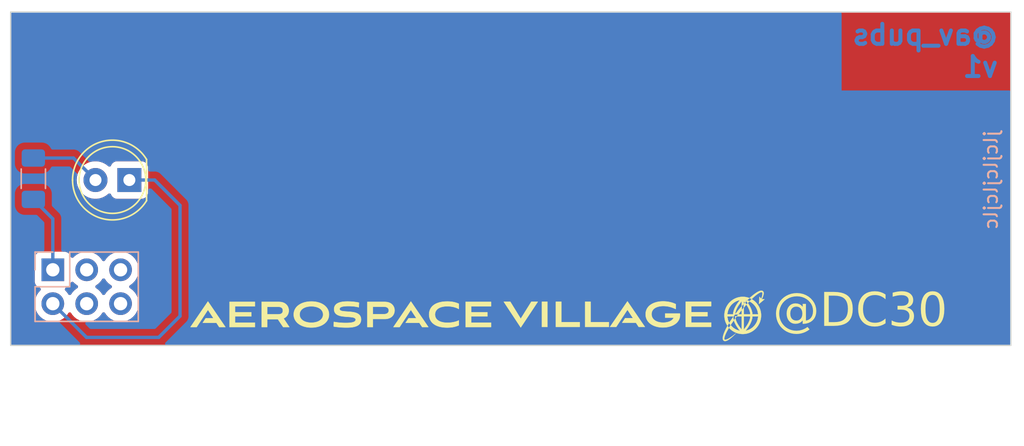
<source format=kicad_pcb>
(kicad_pcb (version 20220621) (generator pcbnew)
  (layers (0 "F.Cu" signal) (31 "B.Cu" signal) (34 "B.Paste" user) (35 "F.Paste" user) (36 "B.SilkS" user "B.Silkscreen") (37 "F.SilkS" user "F.Silkscreen") (38 "B.Mask" user) (39 "F.Mask" user) (44 "Edge.Cuts" user))
  (net 0 "")
  (net 1 "Net-(D1-K)")
  (net 2 "Net-(D1-A)")
  (net 3 "Net-(J1-Pin_1)")
  (footprint "LED_THT:LED_D5.0mm" (layer "F.Cu") (at 108.9 62.6 180)
    (fp_text reference "D1" hide)
    (fp_text value "LED")
  )
  (footprint "Connector_PinHeader_2.54mm:PinHeader_2x03_P2.54mm_Vertical" (layer "B.Cu") (at 103.16 69.33 -90)
    (fp_text reference "J1" hide)
    (fp_text value "Conn_02x03_Counter_Clockwise")
  )
  (footprint "Resistor_SMD:R_1206_3216Metric_Pad1.30x1.75mm_HandSolder" (layer "B.Cu") (at 101.7 62.5 -90)
    (fp_text reference "R1" hide)
    (fp_text value "R")
  )
  (gr_line (start 153.74701 72.576395) (end 153.740758 72.626782) (stroke (width 0.019843)) (layer "F.SilkS"))
  (gr_line (start 154.064432 71.929599) (end 154.031831 71.964758) (stroke (width 0.019843)) (layer "F.SilkS"))
  (gr_line (start 155.756203 73.537723) (end 155.787369 73.501228) (stroke (width 0.019843)) (layer "F.SilkS"))
  (gr_line (start 154.355631 73.413674) (end 154.32034 73.34473) (stroke (width 0.019843)) (layer "F.SilkS"))
  (gr_line (start 155.412611 72.399494) (end 155.387945 72.332536) (stroke (width 0.019843)) (layer "F.SilkS"))
  (gr_line (start 154.170389 73.669892) (end 154.247362 73.727049) (stroke (width 0.019843)) (layer "F.SilkS"))
  (gr_line (start 154.37545 72.400998) (end 154.354474 72.468832) (stroke (width 0.019843)) (layer "F.SilkS"))
  (gr_line (start 155.556857 73.129447) (end 155.531117 73.202528) (stroke (width 0.019843)) (layer "F.SilkS"))
  (gr_line (start 155.190245 71.614889) (end 155.142368 71.603213) (stroke (width 0.019843)) (layer "F.SilkS"))
  (gr_line (start 155.961598 72.290295) (end 155.941762 72.245739) (stroke (width 0.019843)) (layer "F.SilkS"))
  (gr_line (start 154.459271 72.203272) (end 154.428179 72.268197) (stroke (width 0.019843)) (layer "F.SilkS"))
  (gr_line (start 155.756327 71.964833) (end 155.689746 71.895902) (stroke (width 0.019843)) (layer "F.SilkS"))
  (gr_line (start 155.182696 73.795082) (end 155.093546 73.908925) (stroke (width 0.019843)) (layer "F.SilkS"))
  (gr_line (start 154.179463 72.599807) (end 154.192068 72.522964) (stroke (width 0.019843)) (layer "F.SilkS"))
  (gr_line (start 156.032694 72.975778) (end 156.041024 72.926086) (stroke (width 0.019843)) (layer "F.SilkS"))
  (gr_line (start 154.821488 73.835304) (end 154.821488 72.824662) (stroke (width 0.019843)) (layer "F.SilkS"))
  (gr_line (start 155.359907 72.266638) (end 155.328827 72.201805) (stroke (width 0.019843)) (layer "F.SilkS"))
  (gr_line (start 154.433124 73.547126) (end 154.393348 73.481154) (stroke (width 0.019843)) (layer "F.SilkS"))
  (gr_line (start 155.093744 71.593556) (end 155.182829 71.70739) (stroke (width 0.019843)) (layer "F.SilkS"))
  (gr_line (start 155.093744 71.593556) (end 155.093744 71.593556) (stroke (width 0.019843)) (layer "F.SilkS"))
  (gr_line (start 155.13932 71.89382) (end 155.053748 71.778279) (stroke (width 0.019843)) (layer "F.SilkS"))
  (gr_line (start 153.916239 72.118293) (end 153.891274 72.159673) (stroke (width 0.019843)) (layer "F.SilkS"))
  (gr_line (start 155.395875 72.021327) (end 155.433767 72.088806) (stroke (width 0.019843)) (layer "F.SilkS"))
  (gr_line (start 156.051404 72.824662) (end 155.616032 72.824662) (stroke (width 0.019843)) (layer "F.SilkS"))
  (gr_line (start 154.031831 73.537723) (end 154.098422 73.606661) (stroke (width 0.019843)) (layer "F.SilkS"))
  (gr_line (start 155.359768 73.234186) (end 155.387817 73.168274) (stroke (width 0.019843)) (layer "F.SilkS"))
  (gr_line (start 155.616032 72.824662) (end 155.60857 72.902641) (stroke (width 0.019843)) (layer "F.SilkS"))
  (gr_line (start 154.400128 72.334113) (end 154.37545 72.400998) (stroke (width 0.019843)) (layer "F.SilkS"))
  (gr_line (start 153.75534 72.975778) (end 153.765702 73.02473) (stroke (width 0.019843)) (layer "F.SilkS"))
  (gr_poly (pts (xy 131.314354 73.621901) (xy 130.856757 73.621901) (xy 130.646413 73.302813) (xy 129.617714 73.302813) (xy 129.837184 72.969042) (xy 130.428926 72.969042) (xy 130.009032 72.327692) (xy 129.161308 73.621901) (xy 128.703313 73.621901) (xy 130.009032 71.708567)) (stroke (width 0.03)) (fill solid) (layer "F.SilkS"))
  (gr_line (start 155.616032 72.677819) (end 155.616032 72.677819) (stroke (width 0.019843)) (layer "F.SilkS"))
  (gr_line (start 154.607451 71.953896) (end 154.567494 72.01465) (stroke (width 0.019843)) (layer "F.SilkS"))
  (gr_line (start 153.970981 72.039038) (end 153.942823 72.078067) (stroke (width 0.019843)) (layer "F.SilkS"))
  (gr_line (start 153.765702 72.477751) (end 153.75534 72.526703) (stroke (width 0.019843)) (layer "F.SilkS"))
  (gr_line (start 156.041024 72.926086) (end 156.047275 72.875699) (stroke (width 0.019843)) (layer "F.SilkS"))
  (gr_line (start 153.73663 72.824662) (end 153.73663 72.824662) (stroke (width 0.019843)) (layer "F.SilkS"))
  (gr_line (start 155.190048 73.887624) (end 155.237133 73.873987) (stroke (width 0.019843)) (layer "F.SilkS"))
  (gr_line (start 155.271234 71.828103) (end 155.314226 71.890933) (stroke (width 0.019843)) (layer "F.SilkS"))
  (gr_line (start 155.416802 71.701964) (end 155.373353 71.680875) (stroke (width 0.019843)) (layer "F.SilkS"))
  (gr_line (start 155.387817 73.168274) (end 155.4125 73.101396) (stroke (width 0.019843)) (layer "F.SilkS"))
  (gr_line (start 155.595966 72.97946) (end 155.578601 73.055077) (stroke (width 0.019843)) (layer "F.SilkS"))
  (gr_line (start 155.617645 73.669892) (end 155.654277 73.639013) (stroke (width 0.019843)) (layer "F.SilkS"))
  (gr_line (start 154.694488 73.908925) (end 154.605484 73.795091) (stroke (width 0.019843)) (layer "F.SilkS"))
  (gr_line (start 153.73663 72.677819) (end 154.172002 72.677819) (stroke (width 0.019843)) (layer "F.SilkS"))
  (gr_line (start 154.734286 73.724056) (end 154.821488 73.835304) (stroke (width 0.019843)) (layer "F.SilkS"))
  (gr_line (start 155.689746 71.895902) (end 155.617791 71.832676) (stroke (width 0.019843)) (layer "F.SilkS"))
  (gr_poly (pts (xy 136.01891 72.064961) (xy 134.525865 72.064961) (xy 134.525865 72.522557) (xy 135.748637 72.522557) (xy 135.748637 72.819023) (xy 134.525865 72.819023) (xy 134.525865 73.299242) (xy 136.01891 73.299242) (xy 136.01891 73.621901) (xy 134.116689 73.621901) (xy 134.116689 71.738729) (xy 136.01891 71.738729)) (stroke (width 0.03)) (fill solid) (layer "F.SilkS"))
  (gr_line (start 154.28784 73.274363) (end 154.258499 73.202615) (stroke (width 0.019843)) (layer "F.SilkS"))
  (gr_poly (pts (xy 140.246588 73.613035) (xy 139.837808 73.613035) (xy 139.837808 71.729863) (xy 140.246588 71.729863)) (stroke (width 0.03)) (fill solid) (layer "F.SilkS"))
  (gr_line (start 155.995696 73.120228) (end 156.009984 73.072895) (stroke (width 0.019843)) (layer "F.SilkS"))
  (gr_poly (pts (xy 156.295686 70.895447) (xy 156.304039 70.895781) (xy 156.312504 70.896374) (xy 156.32108 70.897239) (xy 156.32534 70.897735) (xy 156.329638 70.898343) (xy 156.333972 70.899081) (xy 156.338344 70.899967) (xy 156.342753 70.901022) (xy 156.347199 70.902262) (xy 156.349436 70.902958) (xy 156.351683 70.903707) (xy 156.353939 70.904512) (xy 156.356204 70.905375) (xy 156.373666 70.911725) (xy 156.375824 70.912868) (xy 156.377979 70.91406) (xy 156.38013 70.915293) (xy 156.382273 70.916562) (xy 156.384408 70.917858) (xy 156.38653 70.919176) (xy 156.390732 70.921845) (xy 156.394893 70.924502) (xy 156.399016 70.927178) (xy 156.401053 70.928552) (xy 156.403066 70.929966) (xy 156.405051 70.93143) (xy 156.407004 70.932958) (xy 156.420894 70.947047) (xy 156.422702 70.948781) (xy 156.424412 70.950558) (xy 156.426033 70.952375) (xy 156.427573 70.954228) (xy 156.42904 70.956113) (xy 156.430445 70.958027) (xy 156.431794 70.959967) (xy 156.433098 70.96193) (xy 156.435602 70.965906) (xy 156.438028 70.969929) (xy 156.440444 70.973971) (xy 156.442921 70.978003) (xy 156.446992 70.986244) (xy 156.450592 70.994443) (xy 156.453747 71.002598) (xy 156.456483 71.010705) (xy 156.458825 71.018759) (xy 156.460801 71.026757) (xy 156.462436 71.034695) (xy 156.463757 71.04257) (xy 156.464789 71.050377) (xy 156.465559 71.058112) (xy 156.466093 71.065773) (xy 156.466417 71.073355) (xy 156.46654 71.088268) (xy 156.466138 71.10282) (xy 156.465241 71.117221) (xy 156.463915 71.131411) (xy 156.462193 71.1454) (xy 156.46011 71.159201) (xy 156.457702 71.172826) (xy 156.455004 71.186285) (xy 156.452049 71.199591) (xy 156.448874 71.212754) (xy 156.437369 71.254381) (xy 156.424512 71.295218) (xy 156.410424 71.335328) (xy 156.395221 71.374779) (xy 156.379023 71.413634) (xy 156.361949 71.451959) (xy 156.344116 71.489818) (xy 156.325644 71.527278) (xy 156.531027 71.541565) (xy 156.109149 71.897364) (xy 156.148638 71.346898) (xy 156.278813 71.502076) (xy 156.292723 71.464138) (xy 156.306076 71.42609) (xy 156.318728 71.387954) (xy 156.330531 71.349751) (xy 156.341338 71.311501) (xy 156.351004 71.273225) (xy 156.359381 71.234945) (xy 156.366324 71.196681) (xy 156.36807 71.184639) (xy 156.369573 71.172639) (xy 156.370817 71.160704) (xy 156.371781 71.148858) (xy 156.372448 71.137123) (xy 156.372798 71.125523) (xy 156.372814 71.114081) (xy 156.372476 71.10282) (xy 156.372201 71.097293) (xy 156.371822 71.09181) (xy 156.371338 71.086387) (xy 156.370745 71.081042) (xy 156.370044 71.075789) (xy 156.369232 71.070645) (xy 156.368306 71.065627) (xy 156.367267 71.060751) (xy 156.366111 71.056033) (xy 156.364836 71.05149) (xy 156.363443 71.047137) (xy 156.361927 71.042991) (xy 156.360289 71.039069) (xy 156.358525 71.035386) (xy 156.356635 71.031958) (xy 156.354616 71.028803) (xy 156.352521 71.025983) (xy 156.350393 71.023395) (xy 156.348219 71.02103) (xy 156.345984 71.018878) (xy 156.343675 71.016929) (xy 156.341277 71.015175) (xy 156.338778 71.013604) (xy 156.336161 71.012209) (xy 156.333415 71.010978) (xy 156.330525 71.009903) (xy 156.327476 71.008974) (xy 156.324255 71.008181) (xy 156.320849 71.007515) (xy 156.317242 71.006966) (xy 156.313421 71.006525) (xy 156.309373 71.006181) (xy 156.305142 71.006098) (xy 156.300788 71.006145) (xy 156.296319 71.006325) (xy 156.291743 71.006637) (xy 156.287066 71.007083) (xy 156.282297 71.007664) (xy 156.277444 71.00838) (xy 156.272513 71.009232) (xy 156.267512 71.010222) (xy 156.262449 71.011349) (xy 156.257331 71.012616) (xy 156.252167 71.014022) (xy 156.246962 71.01557) (xy 156.241726 71.017258) (xy 156.236465 71.019089) (xy 156.231188 71.021064) (xy 156.220615 71.024901) (xy 156.210032 71.029034) (xy 156.199444 71.033449) (xy 156.188856 71.03813) (xy 156.167693 71.04823) (xy 156.146579 71.059214) (xy 156.125549 71.07096) (xy 156.104637 71.083348) (xy 156.083879 71.096258) (xy 156.06331 71.109567) (xy 156.042762 71.1232) (xy 156.022342 71.137147) (xy 156.002047 71.151387) (xy 155.981876 71.165899) (xy 155.961826 71.180662) (xy 155.941894 71.195655) (xy 155.922078 71.210857) (xy 155.902377 71.226248) (xy 155.863363 71.257764) (xy 155.824745 71.289922) (xy 155.786507 71.322675) (xy 155.748638 71.355977) (xy 155.711121 71.389781) (xy 155.673944 71.424041) (xy 155.637093 71.45871) (xy 155.600553 71.493742) (xy 155.563049 71.529816) (xy 155.609285 71.556735) (xy 155.665222 71.59305) (xy 155.719273 71.631975) (xy 155.77135 71.673424) (xy 155.821367 71.717309) (xy 155.869238 71.763543) (xy 155.914877 71.812037) (xy 155.958196 71.862705) (xy 155.999111 71.915458) (xy 156.037535 71.97021) (xy 156.07338 72.026873) (xy 156.106562 72.085359) (xy 156.136993 72.14558) (xy 156.164587 72.20745) (xy 156.189259 72.270881) (xy 156.210921 72.335785) (xy 156.229487 72.402074) (xy 156.244871 72.469661) (xy 156.256987 72.538459) (xy 156.265748 72.60838) (xy 156.271067 72.679336) (xy 156.27286 72.75124) (xy 156.271067 72.823145) (xy 156.265748 72.894101) (xy 156.256987 72.964022) (xy 156.244871 73.03282) (xy 156.229487 73.100407) (xy 156.210921 73.166696) (xy 156.189259 73.2316) (xy 156.164587 73.29503) (xy 156.136993 73.3569) (xy 156.106562 73.417122) (xy 156.07338 73.475608) (xy 156.037535 73.53227) (xy 155.999111 73.587022) (xy 155.958196 73.639776) (xy 155.914877 73.690444) (xy 155.869238 73.738938) (xy 155.821367 73.785171) (xy 155.77135 73.829056) (xy 155.719273 73.870506) (xy 155.665222 73.909431) (xy 155.609285 73.945746) (xy 155.551547 73.979362) (xy 155.492094 74.010191) (xy 155.431013 74.038148) (xy 155.368391 74.063143) (xy 155.304313 74.085089) (xy 155.238866 74.103899) (xy 155.172136 74.119486) (xy 155.10421 74.131761) (xy 155.035174 74.140637) (xy 154.965113 74.146027) (xy 154.894116 74.147843) (xy 154.823118 74.146027) (xy 154.753056 74.140637) (xy 154.684017 74.131761) (xy 154.616087 74.119486) (xy 154.549353 74.103899) (xy 154.483901 74.085089) (xy 154.419817 74.063143) (xy 154.357188 74.038148) (xy 154.2961 74.010191) (xy 154.236639 73.979362) (xy 154.178893 73.945746) (xy 154.122947 73.909431) (xy 154.068888 73.870506) (xy 154.016802 73.829057) (xy 153.966775 73.785172) (xy 153.918895 73.738938) (xy 153.873247 73.690444) (xy 153.862363 73.677716) (xy 153.88916 73.632817) (xy 153.942459 73.546528) (xy 153.984468 73.48061) (xy 154.000665 73.501228) (xy 154.031831 73.537723) (xy 154.064432 73.572882) (xy 154.098422 73.606661) (xy 154.133757 73.639013) (xy 154.170389 73.669892) (xy 154.208272 73.699252) (xy 154.247362 73.727049) (xy 154.287612 73.753236) (xy 154.328975 73.777767) (xy 154.371407 73.800597) (xy 154.414862 73.821679) (xy 154.459293 73.840969) (xy 154.504654 73.85842) (xy 154.5509 73.873987) (xy 154.597985 73.887624) (xy 154.645863 73.899285) (xy 154.694488 73.908925) (xy 155.093546 73.908925) (xy 155.14217 73.899285) (xy 155.190048 73.887624) (xy 155.237133 73.873987) (xy 155.283379 73.85842) (xy 155.328741 73.840969) (xy 155.373172 73.821679) (xy 155.416626 73.800597) (xy 155.459058 73.777767) (xy 155.500422 73.753236) (xy 155.540672 73.727049) (xy 155.617645 73.669892) (xy 155.689611 73.606661) (xy 155.756203 73.537723) (xy 155.817053 73.463443) (xy 155.871795 73.384187) (xy 155.89676 73.342808) (xy 155.92006 73.300322) (xy 155.94165 73.256776) (xy 155.961483 73.212214) (xy 155.979514 73.166683) (xy 155.995696 73.120228) (xy 156.009984 73.072895) (xy 156.022332 73.02473) (xy 156.032694 72.975778) (xy 156.041024 72.926086) (xy 156.047275 72.875699) (xy 156.051404 72.824662) (xy 155.616032 72.824662) (xy 155.612968 72.863811) (xy 155.60857 72.902674) (xy 155.595966 72.979517) (xy 155.578601 73.05515) (xy 155.556857 73.12953) (xy 155.531117 73.202615) (xy 155.501763 73.274363) (xy 155.469177 73.34473) (xy 155.433742 73.413674) (xy 155.395839 73.481154) (xy 155.355852 73.547126) (xy 155.314161 73.611548) (xy 155.27115 73.674378) (xy 155.227201 73.735573) (xy 155.182696 73.795091) (xy 155.093546 73.908925) (xy 154.694488 73.908925) (xy 154.605541 73.795082) (xy 154.517469 73.67435) (xy 154.47468 73.611508) (xy 154.433211 73.547074) (xy 154.39343 73.48109) (xy 154.355706 73.4136) (xy 154.320404 73.344647) (xy 154.287893 73.274276) (xy 154.258539 73.202528) (xy 154.232712 73.129447) (xy 154.229585 73.118847) (xy 154.167196 73.20778) (xy 154.052741 73.375921) (xy 153.997023 73.460908) (xy 153.984468 73.48061) (xy 153.970981 73.463443) (xy 153.942823 73.424414) (xy 153.916239 73.384187) (xy 153.891274 73.342808) (xy 153.878229 73.319023) (xy 153.848029 73.368493) (xy 153.794871 73.457783) (xy 153.751323 73.533355) (xy 153.750562 73.532271) (xy 153.714708 73.475608) (xy 153.681518 73.417122) (xy 153.651079 73.3569) (xy 153.623477 73.29503) (xy 153.598799 73.2316) (xy 153.577131 73.166696) (xy 153.55856 73.100407) (xy 153.543171 73.03282) (xy 153.531052 72.964022) (xy 153.522288 72.894101) (xy 153.517081 72.824662) (xy 153.73663 72.824662) (xy 153.740758 72.875699) (xy 153.74701 72.926086) (xy 153.75534 72.975778) (xy 153.765702 73.02473) (xy 153.778049 73.072895) (xy 153.792337 73.120228) (xy 153.80852 73.166683) (xy 153.82655 73.212214) (xy 153.846383 73.256776) (xy 153.867973 73.300322) (xy 153.878229 73.319023) (xy 153.902127 73.279878) (xy 153.957337 73.191981) (xy 154.013931 73.105039) (xy 154.071766 73.018967) (xy 154.130702 72.933679) (xy 154.17657 72.868897) (xy 154.180054 72.902641) (xy 154.193102 72.97946) (xy 154.210776 73.055077) (xy 154.229585 73.118847) (xy 154.284069 73.041182) (xy 154.337913 72.96644) (xy 154.354474 73.033647) (xy 154.37545 73.101479) (xy 154.400128 73.168362) (xy 154.428179 73.234273) (xy 154.459271 73.299192) (xy 154.493074 73.363098) (xy 154.529258 73.425968) (xy 154.567494 73.487783) (xy 154.607451 73.54852) (xy 154.648798 73.608159) (xy 154.691205 73.666678) (xy 154.734343 73.724056) (xy 154.821488 73.835304) (xy 154.966546 73.835304) (xy 155.053748 73.724056) (xy 155.13932 73.608159) (xy 155.180671 73.54852) (xy 155.220627 73.487783) (xy 155.258857 73.425968) (xy 155.295034 73.363098) (xy 155.328827 73.299192) (xy 155.359907 73.234273) (xy 155.387945 73.168362) (xy 155.412611 73.101479) (xy 155.433577 73.033647) (xy 155.450512 72.964886) (xy 155.463087 72.895217) (xy 155.470974 72.824662) (xy 154.966546 72.824662) (xy 154.966546 73.835304) (xy 154.821488 73.835304) (xy 154.821488 72.824662) (xy 154.442796 72.824662) (xy 154.403845 72.876556) (xy 154.343564 72.958596) (xy 154.337913 72.96644) (xy 154.33753 72.964886) (xy 154.324948 72.895217) (xy 154.31706 72.824662) (xy 154.442796 72.824662) (xy 154.464972 72.795117) (xy 154.527006 72.714331) (xy 154.555542 72.677819) (xy 154.821488 72.677819) (xy 154.966546 72.677819) (xy 155.470974 72.677819) (xy 155.463087 72.606642) (xy 155.450512 72.536512) (xy 155.433577 72.467432) (xy 155.412611 72.399408) (xy 155.387945 72.332442) (xy 155.359907 72.26654) (xy 155.328827 72.201706) (xy 155.295034 72.137945) (xy 155.258857 72.07526) (xy 155.220627 72.013656) (xy 155.180671 71.953137) (xy 155.170827 71.93899) (xy 155.042349 72.083498) (xy 154.975522 72.160252) (xy 154.966546 72.170796) (xy 154.966546 72.677819) (xy 154.821488 72.677819) (xy 154.821488 72.343812) (xy 154.844305 72.315956) (xy 154.909532 72.237765) (xy 154.966546 72.170796) (xy 154.966546 71.891482) (xy 154.902872 71.960368) (xy 154.821488 72.052685) (xy 154.821488 72.343812) (xy 154.779766 72.394747) (xy 154.652456 72.553814) (xy 154.555542 72.677819) (xy 154.31706 72.677819) (xy 154.317255 72.676071) (xy 154.374606 72.598642) (xy 154.50189 72.435267) (xy 154.632218 72.27424) (xy 154.765807 72.115846) (xy 154.821488 72.052685) (xy 154.821488 71.667176) (xy 154.734286 71.778425) (xy 154.648714 71.894322) (xy 154.607363 71.953961) (xy 154.567407 72.014698) (xy 154.529176 72.076513) (xy 154.492999 72.139383) (xy 154.459206 72.203289) (xy 154.428126 72.268207) (xy 154.400088 72.334119) (xy 154.375422 72.401001) (xy 154.354457 72.468834) (xy 154.337522 72.537595) (xy 154.324946 72.607264) (xy 154.317255 72.676071) (xy 154.251305 72.765109) (xy 154.190595 72.849088) (xy 154.17657 72.868897) (xy 154.172002 72.824662) (xy 153.73663 72.824662) (xy 153.517081 72.824662) (xy 153.516967 72.823145) (xy 153.515174 72.75124) (xy 153.516967 72.679336) (xy 153.517081 72.677819) (xy 153.73663 72.677819) (xy 154.172002 72.677819) (xy 154.175066 72.638669) (xy 154.179463 72.599807) (xy 154.192068 72.522964) (xy 154.209433 72.447331) (xy 154.231177 72.37295) (xy 154.256917 72.299865) (xy 154.286271 72.228118) (xy 154.318856 72.157751) (xy 154.354292 72.088806) (xy 154.392194 72.021327) (xy 154.432182 71.955355) (xy 154.473872 71.890933) (xy 154.516883 71.828103) (xy 154.560832 71.766908) (xy 154.605338 71.70739) (xy 154.636987 71.666978) (xy 154.966546 71.666978) (xy 154.966546 71.891482) (xy 155.043629 71.80809) (xy 155.061963 71.789233) (xy 155.13932 71.893708) (xy 155.170827 71.93899) (xy 155.17737 71.931632) (xy 155.24574 71.856433) (xy 155.271515 71.828635) (xy 155.314161 71.890933) (xy 155.355852 71.955355) (xy 155.395839 72.021327) (xy 155.433742 72.088806) (xy 155.469177 72.157751) (xy 155.501763 72.228118) (xy 155.531117 72.299865) (xy 155.556857 72.37295) (xy 155.578601 72.447331) (xy 155.595966 72.522964) (xy 155.60857 72.599807) (xy 155.616032 72.677819) (xy 156.051404 72.677819) (xy 156.047275 72.626782) (xy 156.041024 72.576395) (xy 156.032694 72.526703) (xy 156.022332 72.477751) (xy 156.009984 72.429586) (xy 155.995696 72.382253) (xy 155.979514 72.335798) (xy 155.961483 72.290267) (xy 155.94165 72.245705) (xy 155.920061 72.202158) (xy 155.89676 72.159673) (xy 155.871795 72.118293) (xy 155.84521 72.078067) (xy 155.817053 72.039038) (xy 155.787369 72.001253) (xy 155.756203 71.964758) (xy 155.723602 71.929599) (xy 155.689611 71.89582) (xy 155.654277 71.863468) (xy 155.617645 71.832589) (xy 155.579761 71.803228) (xy 155.540672 71.775432) (xy 155.500422 71.749245) (xy 155.459058 71.724714) (xy 155.416626 71.701884) (xy 155.399194 71.693427) (xy 155.384744 71.70825) (xy 155.314828 71.781923) (xy 155.271515 71.828635) (xy 155.27115 71.828103) (xy 155.182696 71.70739) (xy 155.164332 71.683942) (xy 155.061963 71.789233) (xy 155.053748 71.778137) (xy 154.966546 71.666978) (xy 154.636987 71.666978) (xy 154.694488 71.593556) (xy 155.093546 71.593556) (xy 155.164332 71.683942) (xy 155.188296 71.659295) (xy 155.223845 71.624645) (xy 155.237133 71.628493) (xy 155.283379 71.64406) (xy 155.328741 71.661512) (xy 155.373172 71.680802) (xy 155.399194 71.693427) (xy 155.455598 71.635563) (xy 155.527498 71.564011) (xy 155.563049 71.529816) (xy 155.551547 71.523119) (xy 155.492094 71.492289) (xy 155.431013 71.464333) (xy 155.403331 71.453284) (xy 155.337088 71.514267) (xy 155.223845 71.624645) (xy 155.190048 71.614857) (xy 155.142171 71.603196) (xy 155.093546 71.593556) (xy 154.694488 71.593556) (xy 154.645864 71.603213) (xy 154.597987 71.614889) (xy 154.550905 71.628539) (xy 154.504662 71.644117) (xy 154.459305 71.661578) (xy 154.414879 71.680875) (xy 154.37143 71.701964) (xy 154.329003 71.724798) (xy 154.287645 71.749332) (xy 154.247402 71.77552) (xy 154.170441 71.832676) (xy 154.098487 71.895902) (xy 154.031905 71.964833) (xy 153.971063 72.039102) (xy 153.916326 72.118346) (xy 153.891362 72.159719) (xy 153.868061 72.202198) (xy 153.84647 72.245739) (xy 153.826634 72.290295) (xy 153.808599 72.335821) (xy 153.792411 72.38227) (xy 153.778116 72.429598) (xy 153.765759 72.477759) (xy 153.755386 72.526708) (xy 153.747043 72.576397) (xy 153.740776 72.626783) (xy 153.73663 72.677819) (xy 153.517081 72.677819) (xy 153.522288 72.60838) (xy 153.531052 72.538459) (xy 153.543171 72.469661) (xy 153.55856 72.402074) (xy 153.577131 72.335785) (xy 153.598799 72.270881) (xy 153.623477 72.20745) (xy 153.651079 72.14558) (xy 153.681518 72.085359) (xy 153.714708 72.026873) (xy 153.750562 71.97021) (xy 153.788994 71.915458) (xy 153.829918 71.862705) (xy 153.873247 71.812037) (xy 153.918895 71.763543) (xy 153.966775 71.717309) (xy 154.016802 71.673424) (xy 154.068888 71.631975) (xy 154.122947 71.59305) (xy 154.178893 71.556735) (xy 154.236639 71.523119) (xy 154.2961 71.492289) (xy 154.357187 71.464333) (xy 154.419817 71.439338) (xy 154.483901 71.417392) (xy 154.549353 71.398581) (xy 154.616087 71.382995) (xy 154.684017 71.37072) (xy 154.753056 71.361843) (xy 154.823118 71.356453) (xy 154.894116 71.354637) (xy 154.965113 71.356453) (xy 155.035174 71.361843) (xy 155.10421 71.37072) (xy 155.172136 71.382995) (xy 155.238866 71.398581) (xy 155.304313 71.417392) (xy 155.368391 71.439338) (xy 155.403331 71.453284) (xy 155.490222 71.37329) (xy 155.529545 71.339093) (xy 155.56925 71.305279) (xy 155.609363 71.271879) (xy 155.649914 71.238923) (xy 155.69093 71.206442) (xy 155.73244 71.174465) (xy 155.77447 71.143024) (xy 155.817048 71.112147) (xy 155.860537 71.08223) (xy 155.904473 71.052746) (xy 155.949208 71.024127) (xy 155.995097 70.996805) (xy 156.018584 70.983766) (xy 156.042492 70.971213) (xy 156.066865 70.959202) (xy 156.091748 70.947785) (xy 156.117184 70.937016) (xy 156.143218 70.926951) (xy 156.169893 70.917643) (xy 156.197255 70.909145) (xy 156.21117 70.905394) (xy 156.225532 70.902094) (xy 156.240341 70.899343) (xy 156.247912 70.898204) (xy 156.255596 70.897239) (xy 156.26339 70.89646) (xy 156.271297 70.895879) (xy 156.279315 70.895508) (xy 156.287445 70.89536)) (stroke (width 0.015)) (fill solid) (layer "F.SilkS"))
  (gr_line (start 154.517385 73.674378) (end 154.474592 73.611548) (stroke (width 0.019843)) (layer "F.SilkS"))
  (gr_line (start 156.051404 72.824662) (end 156.051404 72.824662) (stroke (width 0.019843)) (layer "F.SilkS"))
  (gr_line (start 155.237133 73.873987) (end 155.283379 73.85842) (stroke (width 0.019843)) (layer "F.SilkS"))
  (gr_line (start 155.501763 73.274276) (end 155.469177 73.344647) (stroke (width 0.019843)) (layer "F.SilkS"))
  (gr_line (start 154.31706 72.824662) (end 154.31706 72.824662) (stroke (width 0.019843)) (layer "F.SilkS"))
  (gr_line (start 155.89676 73.342808) (end 155.920061 73.300322) (stroke (width 0.019843)) (layer "F.SilkS"))
  (gr_line (start 154.31706 72.677819) (end 154.31706 72.677819) (stroke (width 0.019843)) (layer "F.SilkS"))
  (gr_line (start 153.891274 73.342808) (end 153.916239 73.384187) (stroke (width 0.019843)) (layer "F.SilkS"))
  (gr_line (start 154.324948 72.607264) (end 154.31706 72.677819) (stroke (width 0.019843)) (layer "F.SilkS"))
  (gr_line (start 155.142368 71.603213) (end 155.093744 71.593556) (stroke (width 0.019843)) (layer "F.SilkS"))
  (gr_line (start 155.60857 72.599807) (end 155.612968 72.638669) (stroke (width 0.019843)) (layer "F.SilkS"))
  (gr_line (start 154.328975 71.724714) (end 154.287612 71.749245) (stroke (width 0.019843)) (layer "F.SilkS"))
  (gr_poly (pts (xy 118.315111 72.064961) (xy 116.822068 72.064961) (xy 116.822068 72.522557) (xy 118.045236 72.522557) (xy 118.045236 72.819023) (xy 116.822068 72.819023) (xy 116.822068 73.299242) (xy 118.315111 73.299242) (xy 118.315111 73.621901) (xy 116.413287 73.621901) (xy 116.413287 71.738729) (xy 118.315111 71.738729)) (stroke (width 0.03)) (fill solid) (layer "F.SilkS"))
  (gr_line (start 155.093546 73.908925) (end 155.093546 73.908925) (stroke (width 0.019843)) (layer "F.SilkS"))
  (gr_line (start 153.867973 73.300322) (end 153.891274 73.342808) (stroke (width 0.019843)) (layer "F.SilkS"))
  (gr_poly (pts (xy 141.293544 73.26061) (xy 142.666336 73.26061) (xy 142.666336 73.613035) (xy 140.884367 73.613035) (xy 140.884367 71.729863) (xy 141.293544 71.729863)) (stroke (width 0.03)) (fill solid) (layer "F.SilkS"))
  (gr_line (start 154.966546 72.824662) (end 154.966546 73.835304) (stroke (width 0.019843)) (layer "F.SilkS"))
  (gr_line (start 155.463052 72.895184) (end 155.470974 72.824662) (stroke (width 0.019843)) (layer "F.SilkS"))
  (gr_line (start 154.529176 73.425968) (end 154.567407 73.487783) (stroke (width 0.019843)) (layer "F.SilkS"))
  (gr_line (start 154.529258 72.076477) (end 154.493074 72.139358) (stroke (width 0.019843)) (layer "F.SilkS"))
  (gr_line (start 154.256917 72.299865) (end 154.286271 72.228118) (stroke (width 0.019843)) (layer "F.SilkS"))
  (gr_line (start 155.433767 72.088806) (end 155.469194 72.157751) (stroke (width 0.019843)) (layer "F.SilkS"))
  (gr_line (start 155.295034 72.138044) (end 155.258857 72.075359) (stroke (width 0.019843)) (layer "F.SilkS"))
  (gr_line (start 154.098422 71.89582) (end 154.064432 71.929599) (stroke (width 0.019843)) (layer "F.SilkS"))
  (gr_line (start 155.314161 73.611508) (end 155.27115 73.67435) (stroke (width 0.019843)) (layer "F.SilkS"))
  (gr_line (start 153.740758 72.875699) (end 153.74701 72.926086) (stroke (width 0.019843)) (layer "F.SilkS"))
  (gr_line (start 155.328741 73.840969) (end 155.373172 73.821679) (stroke (width 0.019843)) (layer "F.SilkS"))
  (gr_line (start 155.096811 73.666661) (end 155.139208 73.608131) (stroke (width 0.019843)) (layer "F.SilkS"))
  (gr_line (start 153.970981 73.463443) (end 154.031831 73.537723) (stroke (width 0.019843)) (layer "F.SilkS"))
  (gr_line (start 155.871906 72.118346) (end 155.817169 72.039102) (stroke (width 0.019843)) (layer "F.SilkS"))
  (gr_line (start 154.400088 73.168362) (end 154.428126 73.234273) (stroke (width 0.019843)) (layer "F.SilkS"))
  (gr_line (start 154.180052 72.902674) (end 154.172002 72.824662) (stroke (width 0.019843)) (layer "F.SilkS"))
  (gr_line (start 155.28357 71.644117) (end 155.237327 71.628539) (stroke (width 0.019843)) (layer "F.SilkS"))
  (gr_line (start 154.231177 72.37295) (end 154.256917 72.299865) (stroke (width 0.019843)) (layer "F.SilkS"))
  (gr_line (start 154.459293 71.661512) (end 154.414862 71.680801) (stroke (width 0.019843)) (layer "F.SilkS"))
  (gr_line (start 154.821488 71.666978) (end 154.734343 71.778292) (stroke (width 0.019843)) (layer "F.SilkS"))
  (gr_poly (pts (xy 120.157847 71.73975) (xy 120.205549 71.742763) (xy 120.251325 71.747692) (xy 120.295197 71.754461) (xy 120.337192 71.762995) (xy 120.377333 71.773218) (xy 120.415645 71.785054) (xy 120.452153 71.798428) (xy 120.486882 71.813264) (xy 120.519855 71.829487) (xy 120.551098 71.84702) (xy 120.580636 71.865789) (xy 120.608493 71.885717) (xy 120.634693 71.906729) (xy 120.659261 71.92875) (xy 120.682223 71.951702) (xy 120.703602 71.975512) (xy 120.723423 72.000103) (xy 120.741711 72.0254) (xy 120.75849 72.051327) (xy 120.773786 72.077808) (xy 120.787622 72.104767) (xy 120.800023 72.13213) (xy 120.811015 72.15982) (xy 120.820621 72.187762) (xy 120.828866 72.21588) (xy 120.841373 72.272341) (xy 120.848733 72.328599) (xy 120.851143 72.384048) (xy 120.849812 72.427096) (xy 120.845766 72.470365) (xy 120.83892 72.51363) (xy 120.829191 72.556664) (xy 120.816494 72.599242) (xy 120.809006 72.62029) (xy 120.800746 72.641139) (xy 120.791702 72.661762) (xy 120.781863 72.682129) (xy 120.77122 72.702214) (xy 120.759762 72.721987) (xy 120.747479 72.741421) (xy 120.734359 72.760487) (xy 120.720393 72.779157) (xy 120.70557 72.797403) (xy 120.68988 72.815196) (xy 120.673312 72.832509) (xy 120.655855 72.849314) (xy 120.6375 72.865581) (xy 120.618236 72.881284) (xy 120.598051 72.896393) (xy 120.576937 72.910881) (xy 120.554882 72.924719) (xy 120.531876 72.937879) (xy 120.507908 72.950333) (xy 120.482968 72.962053) (xy 120.457046 72.97301) (xy 120.892019 73.621901) (xy 120.434423 73.621901) (xy 120.036754 73.032939) (xy 119.230304 73.032939) (xy 119.230304 73.621901) (xy 118.821523 73.621901) (xy 118.821523 72.672576) (xy 119.230702 72.672576) (xy 120.048662 72.672576) (xy 120.077082 72.672131) (xy 120.104026 72.670818) (xy 120.12953 72.668668) (xy 120.153634 72.665713) (xy 120.176375 72.661984) (xy 120.19779 72.657513) (xy 120.217917 72.652331) (xy 120.236794 72.646469) (xy 120.254458 72.63996) (xy 120.270947 72.632835) (xy 120.286298 72.625126) (xy 120.30055 72.616863) (xy 120.313739 72.608079) (xy 120.325904 72.598805) (xy 120.337082 72.589073) (xy 120.347311 72.578914) (xy 120.356629 72.568359) (xy 120.365072 72.557441) (xy 120.372679 72.54619) (xy 120.379488 72.534639) (xy 120.385535 72.522818) (xy 120.390859 72.51076) (xy 120.395497 72.498496) (xy 120.399488 72.486057) (xy 120.402868 72.473476) (xy 120.405675 72.460782) (xy 120.409721 72.435188) (xy 120.411928 72.409525) (xy 120.412597 72.384048) (xy 120.411928 72.360482) (xy 120.409721 72.336406) (xy 120.405675 72.3121) (xy 120.399488 72.287843) (xy 120.390859 72.263917) (xy 120.385535 72.252165) (xy 120.379487 72.240601) (xy 120.372679 72.22926) (xy 120.365072 72.218176) (xy 120.356628 72.207385) (xy 120.347311 72.196922) (xy 120.337082 72.186821) (xy 120.325904 72.177118) (xy 120.313739 72.167848) (xy 120.300549 72.159046) (xy 120.286298 72.150747) (xy 120.270946 72.142986) (xy 120.254457 72.135797) (xy 120.236793 72.129217) (xy 120.217917 72.12328) (xy 120.19779 72.11802) (xy 120.176375 72.113474) (xy 120.153634 72.109676) (xy 120.12953 72.10666) (xy 120.104025 72.104463) (xy 120.077082 72.103119) (xy 120.048662 72.102664) (xy 119.230702 72.102664) (xy 119.230702 72.672576) (xy 118.821523 72.672576) (xy 118.821523 71.738729) (xy 120.108192 71.738729)) (stroke (width 0.03)) (fill solid) (layer "F.SilkS"))
  (gr_line (start 154.247362 71.775432) (end 154.208272 71.803228) (stroke (width 0.019843)) (layer "F.SilkS"))
  (gr_line (start 153.792337 72.382253) (end 153.778049 72.429586) (stroke (width 0.019843)) (layer "F.SilkS"))
  (gr_line (start 154.821488 72.824662) (end 154.31706 72.824662) (stroke (width 0.019843)) (layer "F.SilkS"))
  (gr_line (start 156.032846 72.526708) (end 156.022474 72.477759) (stroke (width 0.019843)) (layer "F.SilkS"))
  (gr_line (start 153.82655 73.212214) (end 153.846383 73.256776) (stroke (width 0.019843)) (layer "F.SilkS"))
  (gr_line (start 155.89687 72.159719) (end 155.871906 72.118346) (stroke (width 0.019843)) (layer "F.SilkS"))
  (gr_line (start 155.180543 73.54848) (end 155.220487 73.48773) (stroke (width 0.019843)) (layer "F.SilkS"))
  (gr_line (start 154.966546 71.667176) (end 154.966546 71.667176) (stroke (width 0.019843)) (layer "F.SilkS"))
  (gr_line (start 153.73663 72.677819) (end 153.73663 72.677819) (stroke (width 0.019843)) (layer "F.SilkS"))
  (gr_line (start 154.392194 72.021327) (end 154.432182 71.955355) (stroke (width 0.019843)) (layer "F.SilkS"))
  (gr_line (start 155.469177 73.344647) (end 155.433742 73.4136) (stroke (width 0.019843)) (layer "F.SilkS"))
  (gr_line (start 156.047275 72.875699) (end 156.051404 72.824662) (stroke (width 0.019843)) (layer "F.SilkS"))
  (gr_line (start 154.208272 71.803228) (end 154.170389 71.832589) (stroke (width 0.019843)) (layer "F.SilkS"))
  (gr_line (start 154.371407 73.800597) (end 154.414862 73.821679) (stroke (width 0.019843)) (layer "F.SilkS"))
  (gr_line (start 154.474592 73.611548) (end 154.433124 73.547126) (stroke (width 0.019843)) (layer "F.SilkS"))
  (gr_line (start 154.209433 72.447331) (end 154.231177 72.37295) (stroke (width 0.019843)) (layer "F.SilkS"))
  (gr_line (start 154.31706 72.824662) (end 154.324946 72.895217) (stroke (width 0.019843)) (layer "F.SilkS"))
  (gr_poly (pts (xy 132.79892 71.708831) (xy 132.860135 71.710818) (xy 132.920052 71.714137) (xy 132.978718 71.718792) (xy 133.036182 71.724789) (xy 133.092492 71.732133) (xy 133.147696 71.74083) (xy 133.201842 71.750883) (xy 133.25498 71.7623) (xy 133.307156 71.775084) (xy 133.35842 71.789242) (xy 133.408819 71.804778) (xy 133.458402 71.821697) (xy 133.507217 71.840006) (xy 133.555313 71.859708) (xy 133.602737 71.88081) (xy 133.602737 72.267367) (xy 133.56686 72.247173) (xy 133.528328 72.227448) (xy 133.487199 72.208307) (xy 133.443533 72.189865) (xy 133.397391 72.172236) (xy 133.348833 72.155536) (xy 133.297917 72.139881) (xy 133.244705 72.125385) (xy 133.189255 72.112163) (xy 133.131629 72.10033) (xy 133.071885 72.090003) (xy 133.010083 72.081294) (xy 132.946284 72.074321) (xy 132.880548 72.069197) (xy 132.812933 72.066039) (xy 132.743501 72.064961) (xy 132.689688 72.065639) (xy 132.637278 72.067667) (xy 132.586293 72.071028) (xy 132.53675 72.075708) (xy 132.488672 72.081693) (xy 132.442077 72.088969) (xy 132.396985 72.09752) (xy 132.353417 72.107333) (xy 132.311393 72.118393) (xy 132.270932 72.130686) (xy 132.232054 72.144196) (xy 132.19478 72.158911) (xy 132.159129 72.174814) (xy 132.125122 72.191892) (xy 132.092778 72.210131) (xy 132.062118 72.229515) (xy 132.033161 72.25003) (xy 132.005927 72.271663) (xy 131.980436 72.294398) (xy 131.956709 72.31822) (xy 131.934766 72.343116) (xy 131.914625 72.369072) (xy 131.896308 72.396071) (xy 131.879834 72.424101) (xy 131.865224 72.453147) (xy 131.852496 72.483194) (xy 131.841672 72.514227) (xy 131.832771 72.546233) (xy 131.825813 72.579196) (xy 131.820819 72.613103) (xy 131.817807 72.647939) (xy 131.816799 72.683689) (xy 131.817797 72.719475) (xy 131.820778 72.754344) (xy 131.825728 72.788283) (xy 131.83263 72.821276) (xy 131.841469 72.853309) (xy 131.852229 72.884368) (xy 131.864895 72.914438) (xy 131.87945 72.943505) (xy 131.895878 72.971555) (xy 131.914165 72.998573) (xy 131.934294 73.024545) (xy 131.956249 73.049457) (xy 131.980015 73.073293) (xy 132.005575 73.096041) (xy 132.032915 73.117684) (xy 132.062018 73.13821) (xy 132.125451 73.175849) (xy 132.195749 73.208842) (xy 132.272784 73.237076) (xy 132.356431 73.260435) (xy 132.446564 73.278803) (xy 132.543056 73.292065) (xy 132.645782 73.300107) (xy 132.754615 73.302813) (xy 132.821014 73.301863) (xy 132.886446 73.299083) (xy 132.950735 73.294578) (xy 133.013705 73.288452) (xy 133.07518 73.280809) (xy 133.134984 73.271755) (xy 133.19294 73.261394) (xy 133.248873 73.249831) (xy 133.302605 73.23717) (xy 133.353962 73.223516) (xy 133.402766 73.208974) (xy 133.448842 73.193648) (xy 133.492013 73.177643) (xy 133.532104 73.161064) (xy 133.568938 73.144015) (xy 133.602338 73.126601) (xy 133.602338 73.490932) (xy 133.554876 73.511335) (xy 133.506673 73.530427) (xy 133.457699 73.548205) (xy 133.40792 73.56467) (xy 133.357303 73.579822) (xy 133.305817 73.593658) (xy 133.253429 73.60618) (xy 133.200106 73.617386) (xy 133.145815 73.627276) (xy 133.090525 73.63585) (xy 133.034202 73.643106) (xy 132.976814 73.649043) (xy 132.918328 73.653663) (xy 132.858713 73.656963) (xy 132.797935 73.658944) (xy 132.735961 73.659604) (xy 132.658494 73.658584) (xy 132.582909 73.655533) (xy 132.509244 73.650464) (xy 132.437537 73.64339) (xy 132.367825 73.634324) (xy 132.300146 73.623279) (xy 132.234538 73.610268) (xy 132.17104 73.595304) (xy 132.109689 73.5784) (xy 132.050522 73.559569) (xy 131.993578 73.538824) (xy 131.938895 73.516178) (xy 131.88651 73.491644) (xy 131.836462 73.465235) (xy 131.788787 73.436964) (xy 131.743525 73.406844) (xy 131.700712 73.374889) (xy 131.660387 73.34111) (xy 131.622588 73.305521) (xy 131.587352 73.268136) (xy 131.554717 73.228966) (xy 131.524722 73.188026) (xy 131.497403 73.145328) (xy 131.4728 73.100885) (xy 131.450949 73.05471) (xy 131.431889 73.006816) (xy 131.415657 72.957216) (xy 131.402291 72.905924) (xy 131.39183 72.852951) (xy 131.384311 72.798312) (xy 131.379772 72.742019) (xy 131.37825 72.684085) (xy 131.378252 72.684085) (xy 131.379774 72.626151) (xy 131.384313 72.569858) (xy 131.391833 72.515219) (xy 131.402294 72.462246) (xy 131.41566 72.410953) (xy 131.431893 72.361352) (xy 131.450955 72.313457) (xy 131.472808 72.26728) (xy 131.497414 72.222834) (xy 131.524735 72.180133) (xy 131.554735 72.139188) (xy 131.587374 72.100014) (xy 131.622616 72.062623) (xy 131.660422 72.027028) (xy 131.700754 71.993241) (xy 131.743575 71.961277) (xy 131.788847 71.931147) (xy 131.836533 71.902865) (xy 131.886594 71.876444) (xy 131.938992 71.851896) (xy 132.050651 71.808473) (xy 132.171208 71.772699) (xy 132.300358 71.744679) (xy 132.437802 71.724515) (xy 132.583236 71.71231) (xy 132.736357 71.70817)) (stroke (width 0.03)) (fill solid) (layer "F.SilkS"))
  (gr_line (start 155.220627 72.013756) (end 155.180671 71.953242) (stroke (width 0.019843)) (layer "F.SilkS"))
  (gr_poly (pts (xy 143.484296 73.26061) (xy 144.857086 73.26061) (xy 144.857086 73.613035) (xy 143.075513 73.613035) (xy 143.075513 71.729863) (xy 143.484296 71.729863)) (stroke (width 0.03)) (fill solid) (layer "F.SilkS"))
  (gr_poly (pts (xy 138.247134 73.00542) (xy 139.042471 71.729863) (xy 139.522688 71.729863) (xy 138.247134 73.650738) (xy 136.979117 71.729863) (xy 137.463305 71.729863)) (stroke (width 0.03)) (fill solid) (layer "F.SilkS"))
  (gr_line (start 154.432182 71.955355) (end 154.473872 71.890933) (stroke (width 0.019843)) (layer "F.SilkS"))
  (gr_line (start 155.941762 72.245739) (end 155.920171 72.202198) (stroke (width 0.019843)) (layer "F.SilkS"))
  (gr_line (start 155.053748 71.778279) (end 154.966546 71.667176) (stroke (width 0.019843)) (layer "F.SilkS"))
  (gr_line (start 155.180671 71.953242) (end 155.13932 71.89382) (stroke (width 0.019843)) (layer "F.SilkS"))
  (gr_line (start 153.80852 72.335798) (end 153.792337 72.382253) (stroke (width 0.019843)) (layer "F.SilkS"))
  (gr_line (start 154.133757 71.863468) (end 154.098422 71.89582) (stroke (width 0.019843)) (layer "F.SilkS"))
  (gr_line (start 153.942823 72.078067) (end 153.916239 72.118293) (stroke (width 0.019843)) (layer "F.SilkS"))
  (gr_line (start 154.567494 72.01465) (end 154.529258 72.076477) (stroke (width 0.019843)) (layer "F.SilkS"))
  (gr_line (start 154.428126 73.234273) (end 154.459206 73.299192) (stroke (width 0.019843)) (layer "F.SilkS"))
  (gr_line (start 155.500587 71.749332) (end 155.459229 71.724798) (stroke (width 0.019843)) (layer "F.SilkS"))
  (gr_line (start 155.470974 72.677819) (end 155.463087 72.606675) (stroke (width 0.019843)) (layer "F.SilkS"))
  (gr_line (start 155.961483 73.212214) (end 155.979514 73.166683) (stroke (width 0.019843)) (layer "F.SilkS"))
  (gr_line (start 154.172002 72.824662) (end 153.73663 72.824662) (stroke (width 0.019843)) (layer "F.SilkS"))
  (gr_line (start 154.605338 71.70739) (end 154.694488 71.593556) (stroke (width 0.019843)) (layer "F.SilkS"))
  (gr_line (start 155.053683 73.724048) (end 155.096811 73.666661) (stroke (width 0.019843)) (layer "F.SilkS"))
  (gr_line (start 155.979633 72.335821) (end 155.961598 72.290295) (stroke (width 0.019843)) (layer "F.SilkS"))
  (gr_line (start 155.616032 72.677819) (end 156.051602 72.677819) (stroke (width 0.019843)) (layer "F.SilkS"))
  (gr_line (start 154.966546 71.667176) (end 154.966546 72.677819) (stroke (width 0.019843)) (layer "F.SilkS"))
  (gr_line (start 154.354292 72.088806) (end 154.392194 72.021327) (stroke (width 0.019843)) (layer "F.SilkS"))
  (gr_line (start 154.375422 73.101479) (end 154.400088 73.168362) (stroke (width 0.019843)) (layer "F.SilkS"))
  (gr_line (start 154.287612 73.753236) (end 154.328975 73.777767) (stroke (width 0.019843)) (layer "F.SilkS"))
  (gr_line (start 154.966546 73.835304) (end 154.966546 73.835304) (stroke (width 0.019843)) (layer "F.SilkS"))
  (gr_line (start 154.607363 73.54852) (end 154.648714 73.608159) (stroke (width 0.019843)) (layer "F.SilkS"))
  (gr_line (start 154.428179 72.268197) (end 154.400128 72.334113) (stroke (width 0.019843)) (layer "F.SilkS"))
  (gr_line (start 155.328927 71.661578) (end 155.28357 71.644117) (stroke (width 0.019843)) (layer "F.SilkS"))
  (gr_line (start 155.373172 73.821679) (end 155.416626 73.800597) (stroke (width 0.019843)) (layer "F.SilkS"))
  (gr_line (start 155.450447 72.964829) (end 155.463052 72.895184) (stroke (width 0.019843)) (layer "F.SilkS"))
  (gr_line (start 154.473872 71.890933) (end 154.516883 71.828103) (stroke (width 0.019843)) (layer "F.SilkS"))
  (gr_line (start 153.846383 73.256776) (end 153.867973 73.300322) (stroke (width 0.019843)) (layer "F.SilkS"))
  (gr_line (start 154.098422 73.606661) (end 154.170389 73.669892) (stroke (width 0.019843)) (layer "F.SilkS"))
  (gr_poly (pts (xy 152.521537 72.056492) (xy 151.028491 72.056492) (xy 151.028491 72.514088) (xy 152.251663 72.514088) (xy 152.251663 72.810554) (xy 151.028491 72.810554) (xy 151.028491 73.290376) (xy 152.521537 73.290376) (xy 152.521537 73.613035) (xy 150.619708 73.613035) (xy 150.619708 71.729863) (xy 152.521537 71.729863)) (stroke (width 0.03)) (fill solid) (layer "F.SilkS"))
  (gr_poly (pts (xy 128.092569 71.739729) (xy 128.140272 71.742678) (xy 128.186047 71.747505) (xy 128.229919 71.754137) (xy 128.271913 71.7625) (xy 128.312053 71.772522) (xy 128.350363 71.784129) (xy 128.386869 71.79725) (xy 128.421595 71.81181) (xy 128.454566 71.827738) (xy 128.485805 71.84496) (xy 128.515338 71.863403) (xy 128.543189 71.882995) (xy 128.569382 71.903662) (xy 128.593943 71.925332) (xy 128.616896 71.947932) (xy 128.638265 71.971389) (xy 128.658075 71.99563) (xy 128.676351 72.020582) (xy 128.693116 72.046172) (xy 128.708396 72.072327) (xy 128.722216 72.098975) (xy 128.734599 72.126043) (xy 128.74557 72.153457) (xy 128.755154 72.181146) (xy 128.763376 72.209035) (xy 128.77026 72.237052) (xy 128.77583 72.265124) (xy 128.783128 72.321143) (xy 128.785468 72.376507) (xy 128.783063 72.431912) (xy 128.775715 72.488044) (xy 128.763228 72.54431) (xy 128.745402 72.600115) (xy 128.722039 72.654868) (xy 128.708219 72.681663) (xy 128.69294 72.707973) (xy 128.676179 72.733723) (xy 128.657909 72.758838) (xy 128.638106 72.783245) (xy 128.616746 72.806869) (xy 128.593803 72.829636) (xy 128.569253 72.851472) (xy 128.543071 72.872302) (xy 128.515232 72.892053) (xy 128.485711 72.910651) (xy 128.454484 72.92802) (xy 128.421526 72.944088) (xy 128.386812 72.958779) (xy 128.350318 72.972019) (xy 128.312018 72.983735) (xy 128.271887 72.993852) (xy 128.229902 73.002296) (xy 128.186037 73.008993) (xy 128.140267 73.013868) (xy 128.092568 73.016848) (xy 128.042914 73.017857) (xy 127.157486 73.017857) (xy 127.157486 73.621901) (xy 126.748705 73.621901) (xy 126.748705 72.661464) (xy 127.157883 72.661464) (xy 127.956791 72.661464) (xy 127.987286 72.661008) (xy 128.016216 72.659663) (xy 128.043619 72.657464) (xy 128.069536 72.654445) (xy 128.094005 72.65064) (xy 128.117065 72.646083) (xy 128.138755 72.64081) (xy 128.159116 72.634854) (xy 128.178185 72.62825) (xy 128.196002 72.621032) (xy 128.212606 72.613235) (xy 128.228036 72.604893) (xy 128.242332 72.596039) (xy 128.255533 72.58671) (xy 128.267677 72.576938) (xy 128.278804 72.566759) (xy 128.288954 72.556207) (xy 128.298165 72.545316) (xy 128.306476 72.53412) (xy 128.313927 72.522654) (xy 128.320557 72.510953) (xy 128.326405 72.49905) (xy 128.33151 72.48698) (xy 128.335911 72.474777) (xy 128.339648 72.462476) (xy 128.34276 72.450112) (xy 128.347263 72.425328) (xy 128.349736 72.400702) (xy 128.35049 72.376507) (xy 128.349736 72.352942) (xy 128.347263 72.328865) (xy 128.34276 72.304559) (xy 128.335911 72.280302) (xy 128.326405 72.256376) (xy 128.313927 72.23306) (xy 128.306476 72.221719) (xy 128.298165 72.210635) (xy 128.288954 72.199844) (xy 128.278804 72.189381) (xy 128.267677 72.17928) (xy 128.255533 72.169578) (xy 128.242332 72.160308) (xy 128.228036 72.151506) (xy 128.212606 72.143206) (xy 128.196002 72.135445) (xy 128.178185 72.128257) (xy 128.159116 72.121676) (xy 128.138755 72.115739) (xy 128.117065 72.11048) (xy 128.094005 72.105933) (xy 128.069536 72.102135) (xy 128.043619 72.09912) (xy 128.016216 72.096923) (xy 127.987286 72.095579) (xy 127.956791 72.095123) (xy 127.157883 72.095123) (xy 127.157883 72.661464) (xy 126.748705 72.661464) (xy 126.748705 71.738729) (xy 128.042914 71.738729)) (stroke (width 0.03)) (fill solid) (layer "F.SilkS"))
  (gr_line (start 155.355852 73.547074) (end 155.314161 73.611508) (stroke (width 0.019843)) (layer "F.SilkS"))
  (gr_line (start 155.579761 73.699252) (end 155.617645 73.669892) (stroke (width 0.019843)) (layer "F.SilkS"))
  (gr_poly (pts (xy 116.098168 73.621901) (xy 115.640571 73.621901) (xy 115.430227 73.302813) (xy 114.405496 73.302813) (xy 114.624967 72.969042) (xy 115.21274 72.969042) (xy 114.792846 72.327692) (xy 114.372556 72.969042) (xy 114.372952 72.969042) (xy 114.15348 73.302813) (xy 114.151099 73.302813) (xy 113.944724 73.621901) (xy 113.487127 73.621901) (xy 114.792846 71.708567)) (stroke (width 0.03)) (fill solid) (layer "F.SilkS"))
  (gr_line (start 155.531123 72.299865) (end 155.55686 72.37295) (stroke (width 0.019843)) (layer "F.SilkS"))
  (gr_line (start 155.84521 73.424414) (end 155.871795 73.384187) (stroke (width 0.019843)) (layer "F.SilkS"))
  (gr_line (start 155.501773 72.228118) (end 155.531123 72.299865) (stroke (width 0.019843)) (layer "F.SilkS"))
  (gr_line (start 154.337522 72.964886) (end 154.354457 73.033647) (stroke (width 0.019843)) (layer "F.SilkS"))
  (gr_line (start 155.787369 73.501228) (end 155.817053 73.463443) (stroke (width 0.019843)) (layer "F.SilkS"))
  (gr_line (start 155.920171 72.202198) (end 155.89687 72.159719) (stroke (width 0.019843)) (layer "F.SilkS"))
  (gr_line (start 156.051602 72.677819) (end 156.047457 72.626783) (stroke (width 0.019843)) (layer "F.SilkS"))
  (gr_line (start 154.286271 72.228118) (end 154.318856 72.157751) (stroke (width 0.019843)) (layer "F.SilkS"))
  (gr_line (start 156.022332 73.02473) (end 156.032694 72.975778) (stroke (width 0.019843)) (layer "F.SilkS"))
  (gr_line (start 154.328975 73.777767) (end 154.371407 73.800597) (stroke (width 0.019843)) (layer "F.SilkS"))
  (gr_line (start 154.605484 73.795091) (end 154.561139 73.735573) (stroke (width 0.019843)) (layer "F.SilkS"))
  (gr_line (start 155.139208 73.608131) (end 155.180543 73.54848) (stroke (width 0.019843)) (layer "F.SilkS"))
  (gr_line (start 154.393348 73.481154) (end 154.355631 73.413674) (stroke (width 0.019843)) (layer "F.SilkS"))
  (gr_line (start 155.617791 71.832676) (end 155.54083 71.77552) (stroke (width 0.019843)) (layer "F.SilkS"))
  (gr_line (start 154.493074 72.139358) (end 154.459271 72.203272) (stroke (width 0.019843)) (layer "F.SilkS"))
  (gr_line (start 155.55686 72.37295) (end 155.578602 72.447331) (stroke (width 0.019843)) (layer "F.SilkS"))
  (gr_line (start 153.82655 72.290267) (end 153.80852 72.335798) (stroke (width 0.019843)) (layer "F.SilkS"))
  (gr_line (start 155.459058 73.777767) (end 155.500422 73.753236) (stroke (width 0.019843)) (layer "F.SilkS"))
  (gr_line (start 155.500422 73.753236) (end 155.540672 73.727049) (stroke (width 0.019843)) (layer "F.SilkS"))
  (gr_poly (pts (xy 153.788994 73.587022) (xy 153.829918 73.639776) (xy 153.862363 73.677716) (xy 153.837237 73.719814) (xy 153.786779 73.807597) (xy 153.737473 73.895828) (xy 153.71352 73.940203) (xy 153.690177 73.984802) (xy 153.667549 74.029661) (xy 153.645745 74.074818) (xy 153.624814 74.120088) (xy 153.60465 74.165774) (xy 153.585575 74.211753) (xy 153.567908 74.257902) (xy 153.551972 74.304097) (xy 153.544753 74.327173) (xy 153.538087 74.350215) (xy 153.532014 74.373207) (xy 153.526573 74.396134) (xy 153.521807 74.41898) (xy 153.517753 74.441729) (xy 153.51654 74.452779) (xy 153.515601 74.463716) (xy 153.51497 74.47448) (xy 153.514677 74.485013) (xy 153.514757 74.495259) (xy 153.514947 74.500255) (xy 153.515242 74.505158) (xy 153.515646 74.509959) (xy 153.516163 74.514652) (xy 153.516798 74.51923) (xy 153.517555 74.523684) (xy 153.518586 74.527972) (xy 153.519675 74.531988) (xy 153.520829 74.535744) (xy 153.522054 74.539252) (xy 153.523356 74.542524) (xy 153.524744 74.545572) (xy 153.525471 74.547016) (xy 153.526222 74.548408) (xy 153.526998 74.54975) (xy 153.527799 74.551043) (xy 153.528626 74.55229) (xy 153.52948 74.553491) (xy 153.530362 74.554647) (xy 153.531273 74.555761) (xy 153.532213 74.556834) (xy 153.533183 74.557868) (xy 153.534185 74.558863) (xy 153.535219 74.559821) (xy 153.536285 74.560744) (xy 153.537385 74.561634) (xy 153.53852 74.562492) (xy 153.53969 74.563318) (xy 153.54214 74.564886) (xy 153.544741 74.566348) (xy 153.54767 74.567762) (xy 153.550869 74.569027) (xy 153.55432 74.570143) (xy 153.558008 74.571111) (xy 153.561919 74.571929) (xy 153.566036 74.572599) (xy 153.570344 74.57312) (xy 153.574829 74.573492) (xy 153.579474 74.573715) (xy 153.584263 74.57379) (xy 153.589183 74.573715) (xy 153.594217 74.573492) (xy 153.599349 74.57312) (xy 153.604565 74.572599) (xy 153.609849 74.571929) (xy 153.615186 74.57111) (xy 153.625981 74.569181) (xy 153.636918 74.566838) (xy 153.647971 74.564113) (xy 153.659115 74.56104) (xy 153.670324 74.55765) (xy 153.681573 74.553977) (xy 153.692835 74.550052) (xy 153.704086 74.545909) (xy 153.726676 74.536691) (xy 153.74913 74.526848) (xy 153.771454 74.51642) (xy 153.793649 74.505449) (xy 153.815722 74.493975) (xy 153.837675 74.482037) (xy 153.881241 74.456935) (xy 153.924379 74.430464) (xy 153.967121 74.40295) (xy 154.009501 74.374715) (xy 154.05155 74.346082) (xy 154.093167 74.316442) (xy 154.134531 74.286328) (xy 154.175648 74.255767) (xy 154.216526 74.224788) (xy 154.297591 74.161685) (xy 154.377781 74.097242) (xy 154.342558 74.134831) (xy 154.306958 74.172109) (xy 154.270939 74.209023) (xy 154.23446 74.245524) (xy 154.197478 74.28156) (xy 154.159953 74.31708) (xy 154.121841 74.352032) (xy 154.083102 74.386365) (xy 154.063585 74.403403) (xy 154.043873 74.420273) (xy 154.023956 74.436958) (xy 154.003826 74.453437) (xy 153.983472 74.469694) (xy 153.962886 74.485708) (xy 153.942058 74.501462) (xy 153.920978 74.516937) (xy 153.89966 74.53223) (xy 153.878088 74.547267) (xy 153.856214 74.561997) (xy 153.833988 74.576369) (xy 153.811363 74.590332) (xy 153.788289 74.603834) (xy 153.764717 74.616825) (xy 153.740599 74.629253) (xy 153.728249 74.635141) (xy 153.715732 74.640865) (xy 153.70301 74.646369) (xy 153.690047 74.651602) (xy 153.676804 74.656509) (xy 153.663245 74.661037) (xy 153.649333 74.665133) (xy 153.642232 74.667001) (xy 153.63503 74.668742) (xy 153.620448 74.671787) (xy 153.605289 74.674351) (xy 153.597499 74.675372) (xy 153.589572 74.676175) (xy 153.58151 74.67673) (xy 153.573316 74.677002) (xy 153.564991 74.676961) (xy 153.556538 74.676573) (xy 153.54796 74.675807) (xy 153.539259 74.67463) (xy 153.530437 74.67301) (xy 153.521496 74.670915) (xy 153.512438 74.668313) (xy 153.503267 74.66517) (xy 153.498756 74.66331) (xy 153.494297 74.661301) (xy 153.48989 74.659143) (xy 153.485532 74.656836) (xy 153.48122 74.65438) (xy 153.476953 74.651776) (xy 153.472727 74.649022) (xy 153.468541 74.64612) (xy 153.464765 74.642932) (xy 153.461031 74.639631) (xy 153.457344 74.636231) (xy 153.453708 74.632751) (xy 153.450127 74.629205) (xy 153.446607 74.62561) (xy 153.443152 74.621983) (xy 153.439767 74.618339) (xy 153.434428 74.610383) (xy 153.431793 74.606361) (xy 153.4292 74.602315) (xy 153.426663 74.598251) (xy 153.424196 74.594173) (xy 153.421813 74.590086) (xy 153.419527 74.585994) (xy 153.417833 74.581957) (xy 153.416175 74.577889) (xy 153.412953 74.569672) (xy 153.409844 74.561381) (xy 153.406827 74.553053) (xy 153.404762 74.544944) (xy 153.402948 74.53691) (xy 153.401372 74.528951) (xy 153.400021 74.521061) (xy 153.39888 74.513239) (xy 153.397935 74.505481) (xy 153.397174 74.497785) (xy 153.396582 74.490148) (xy 153.395853 74.475038) (xy 153.395637 74.460128) (xy 153.395825 74.445395) (xy 153.396309 74.430815) (xy 153.3989 74.402437) (xy 153.402452 74.374571) (xy 153.406882 74.347169) (xy 153.41211 74.320186) (xy 153.418054 74.293575) (xy 153.424633 74.26729) (xy 153.431766 74.241284) (xy 153.43937 74.21551) (xy 153.447317 74.189964) (xy 153.455655 74.164652) (xy 153.464346 74.139549) (xy 153.473353 74.11463) (xy 153.482639 74.089869) (xy 153.492167 74.065241) (xy 153.5118 74.016279) (xy 153.553266 73.91972) (xy 153.597401 73.824756) (xy 153.643918 73.731234) (xy 153.692527 73.639) (xy 153.742941 73.547901) (xy 153.751323 73.533355)) (stroke (width 0.015)) (fill solid) (layer "F.SilkS"))
  (gr_line (start 155.3559 71.955355) (end 155.395875 72.021327) (stroke (width 0.019843)) (layer "F.SilkS"))
  (gr_line (start 154.287612 71.749245) (end 154.247362 71.775432) (stroke (width 0.019843)) (layer "F.SilkS"))
  (gr_line (start 154.193093 72.979517) (end 154.180052 72.902674) (stroke (width 0.019843)) (layer "F.SilkS"))
  (gr_line (start 154.734343 71.778292) (end 154.648798 71.894239) (stroke (width 0.019843)) (layer "F.SilkS"))
  (gr_line (start 153.778049 72.429586) (end 153.765702 72.477751) (stroke (width 0.019843)) (layer "F.SilkS"))
  (gr_line (start 156.010117 72.429598) (end 155.995821 72.38227) (stroke (width 0.019843)) (layer "F.SilkS"))
  (gr_line (start 154.172002 72.677819) (end 154.172002 72.677819) (stroke (width 0.019843)) (layer "F.SilkS"))
  (gr_line (start 155.578602 72.447331) (end 155.595966 72.522964) (stroke (width 0.019843)) (layer "F.SilkS"))
  (gr_line (start 154.645863 71.603196) (end 154.597985 71.614857) (stroke (width 0.019843)) (layer "F.SilkS"))
  (gr_line (start 154.324946 72.895217) (end 154.337522 72.964886) (stroke (width 0.019843)) (layer "F.SilkS"))
  (gr_line (start 153.916239 73.384187) (end 153.970981 73.463443) (stroke (width 0.019843)) (layer "F.SilkS"))
  (gr_line (start 155.450512 72.536569) (end 155.433577 72.467507) (stroke (width 0.019843)) (layer "F.SilkS"))
  (gr_line (start 154.597985 71.614857) (end 154.5509 71.628493) (stroke (width 0.019843)) (layer "F.SilkS"))
  (gr_line (start 154.459293 73.840969) (end 154.504654 73.85842) (stroke (width 0.019843)) (layer "F.SilkS"))
  (gr_line (start 155.182829 71.70739) (end 155.227307 71.766908) (stroke (width 0.019843)) (layer "F.SilkS"))
  (gr_line (start 155.395839 73.48109) (end 155.355852 73.547074) (stroke (width 0.019843)) (layer "F.SilkS"))
  (gr_line (start 155.578601 73.055077) (end 155.556857 73.129447) (stroke (width 0.019843)) (layer "F.SilkS"))
  (gr_line (start 155.540672 73.727049) (end 155.579761 73.699252) (stroke (width 0.019843)) (layer "F.SilkS"))
  (gr_line (start 154.5509 71.628493) (end 154.504654 71.64406) (stroke (width 0.019843)) (layer "F.SilkS"))
  (gr_line (start 155.237327 71.628539) (end 155.190245 71.614889) (stroke (width 0.019843)) (layer "F.SilkS"))
  (gr_line (start 155.469194 72.157751) (end 155.501773 72.228118) (stroke (width 0.019843)) (layer "F.SilkS"))
  (gr_line (start 154.821488 72.677819) (end 154.821488 71.666978) (stroke (width 0.019843)) (layer "F.SilkS"))
  (gr_line (start 154.232684 73.12953) (end 154.210759 73.05515) (stroke (width 0.019843)) (layer "F.SilkS"))
  (gr_line (start 155.433577 72.467507) (end 155.412611 72.399494) (stroke (width 0.019843)) (layer "F.SilkS"))
  (gr_line (start 154.170389 71.832589) (end 154.133757 71.863468) (stroke (width 0.019843)) (layer "F.SilkS"))
  (gr_line (start 153.740758 72.626782) (end 153.73663 72.677819) (stroke (width 0.019843)) (layer "F.SilkS"))
  (gr_line (start 154.516883 71.828103) (end 154.605338 71.70739) (stroke (width 0.019843)) (layer "F.SilkS"))
  (gr_line (start 154.31706 72.677819) (end 154.821488 72.677819) (stroke (width 0.019843)) (layer "F.SilkS"))
  (gr_line (start 154.597985 73.887624) (end 154.645863 73.899285) (stroke (width 0.019843)) (layer "F.SilkS"))
  (gr_line (start 155.227307 71.766908) (end 155.271234 71.828103) (stroke (width 0.019843)) (layer "F.SilkS"))
  (gr_line (start 154.414862 73.821679) (end 154.459293 73.840969) (stroke (width 0.019843)) (layer "F.SilkS"))
  (gr_line (start 153.778049 73.072895) (end 153.792337 73.120228) (stroke (width 0.019843)) (layer "F.SilkS"))
  (gr_line (start 154.645863 73.899285) (end 154.694488 73.908925) (stroke (width 0.019843)) (layer "F.SilkS"))
  (gr_line (start 155.433486 73.033573) (end 155.450447 72.964829) (stroke (width 0.019843)) (layer "F.SilkS"))
  (gr_line (start 154.354457 73.033647) (end 154.375422 73.101479) (stroke (width 0.019843)) (layer "F.SilkS"))
  (gr_line (start 155.612968 72.638669) (end 155.616032 72.677819) (stroke (width 0.019843)) (layer "F.SilkS"))
  (gr_line (start 154.192068 72.522964) (end 154.209433 72.447331) (stroke (width 0.019843)) (layer "F.SilkS"))
  (gr_line (start 154.504654 73.85842) (end 154.5509 73.873987) (stroke (width 0.019843)) (layer "F.SilkS"))
  (gr_line (start 154.504654 71.64406) (end 154.459293 71.661512) (stroke (width 0.019843)) (layer "F.SilkS"))
  (gr_line (start 154.247362 73.727049) (end 154.287612 73.753236) (stroke (width 0.019843)) (layer "F.SilkS"))
  (gr_line (start 155.60857 72.902641) (end 155.595966 72.97946) (stroke (width 0.019843)) (layer "F.SilkS"))
  (gr_line (start 155.54083 71.77552) (end 155.500587 71.749332) (stroke (width 0.019843)) (layer "F.SilkS"))
  (gr_line (start 155.373353 71.680875) (end 155.328927 71.661578) (stroke (width 0.019843)) (layer "F.SilkS"))
  (gr_line (start 155.220487 73.48773) (end 155.258711 73.425904) (stroke (width 0.019843)) (layer "F.SilkS"))
  (gr_line (start 155.328681 73.29911) (end 155.359768 73.234186) (stroke (width 0.019843)) (layer "F.SilkS"))
  (gr_line (start 155.531117 73.202528) (end 155.501763 73.274276) (stroke (width 0.019843)) (layer "F.SilkS"))
  (gr_line (start 154.172002 72.824662) (end 154.172002 72.824662) (stroke (width 0.019843)) (layer "F.SilkS"))
  (gr_line (start 155.689611 73.606661) (end 155.723602 73.572882) (stroke (width 0.019843)) (layer "F.SilkS"))
  (gr_line (start 154.694488 71.593556) (end 154.645863 71.603196) (stroke (width 0.019843)) (layer "F.SilkS"))
  (gr_line (start 153.846383 72.245705) (end 153.82655 72.290267) (stroke (width 0.019843)) (layer "F.SilkS"))
  (gr_line (start 154.492999 73.363098) (end 154.529176 73.425968) (stroke (width 0.019843)) (layer "F.SilkS"))
  (gr_line (start 156.009984 73.072895) (end 156.022332 73.02473) (stroke (width 0.019843)) (layer "F.SilkS"))
  (gr_line (start 153.765702 73.02473) (end 153.778049 73.072895) (stroke (width 0.019843)) (layer "F.SilkS"))
  (gr_line (start 155.314226 71.890933) (end 155.3559 71.955355) (stroke (width 0.019843)) (layer "F.SilkS"))
  (gr_line (start 154.258499 73.202615) (end 154.232684 73.12953) (stroke (width 0.019843)) (layer "F.SilkS"))
  (gr_line (start 155.920061 73.300322) (end 155.94165 73.256776) (stroke (width 0.019843)) (layer "F.SilkS"))
  (gr_line (start 155.979514 73.166683) (end 155.995696 73.120228) (stroke (width 0.019843)) (layer "F.SilkS"))
  (gr_line (start 155.654277 73.639013) (end 155.689611 73.606661) (stroke (width 0.019843)) (layer "F.SilkS"))
  (gr_line (start 153.867973 72.202158) (end 153.846383 72.245705) (stroke (width 0.019843)) (layer "F.SilkS"))
  (gr_line (start 154.031831 71.964758) (end 154.000665 72.001253) (stroke (width 0.019843)) (layer "F.SilkS"))
  (gr_line (start 155.283379 73.85842) (end 155.328741 73.840969) (stroke (width 0.019843)) (layer "F.SilkS"))
  (gr_line (start 156.041189 72.576397) (end 156.032846 72.526708) (stroke (width 0.019843)) (layer "F.SilkS"))
  (gr_line (start 154.966546 73.835304) (end 155.053683 73.724048) (stroke (width 0.019843)) (layer "F.SilkS"))
  (gr_line (start 155.94165 73.256776) (end 155.961483 73.212214) (stroke (width 0.019843)) (layer "F.SilkS"))
  (gr_line (start 155.27115 73.67435) (end 155.182696 73.795082) (stroke (width 0.019843)) (layer "F.SilkS"))
  (gr_line (start 155.093546 73.908925) (end 155.142171 73.899285) (stroke (width 0.019843)) (layer "F.SilkS"))
  (gr_line (start 154.459206 73.299192) (end 154.492999 73.363098) (stroke (width 0.019843)) (layer "F.SilkS"))
  (gr_line (start 155.4125 73.101396) (end 155.433486 73.033573) (stroke (width 0.019843)) (layer "F.SilkS"))
  (gr_line (start 156.022474 72.477759) (end 156.010117 72.429598) (stroke (width 0.019843)) (layer "F.SilkS"))
  (gr_line (start 154.172002 72.677819) (end 154.179463 72.599807) (stroke (width 0.019843)) (layer "F.SilkS"))
  (gr_line (start 155.595966 72.522964) (end 155.60857 72.599807) (stroke (width 0.019843)) (layer "F.SilkS"))
  (gr_line (start 153.74701 72.926086) (end 153.75534 72.975778) (stroke (width 0.019843)) (layer "F.SilkS"))
  (gr_poly (pts (xy 147.554643 73.613035) (xy 147.097049 73.613035) (xy 146.886704 73.294345) (xy 145.8584 73.294345) (xy 146.077873 72.960573) (xy 146.669219 72.960573) (xy 146.249321 72.318826) (xy 145.401598 73.613035) (xy 144.943605 73.613035) (xy 146.249321 71.700098)) (stroke (width 0.03)) (fill solid) (layer "F.SilkS"))
  (gr_line (start 155.995821 72.38227) (end 155.979633 72.335821) (stroke (width 0.019843)) (layer "F.SilkS"))
  (gr_line (start 154.567407 73.487783) (end 154.607363 73.54852) (stroke (width 0.019843)) (layer "F.SilkS"))
  (gr_line (start 154.648714 73.608159) (end 154.734286 73.724056) (stroke (width 0.019843)) (layer "F.SilkS"))
  (gr_line (start 155.294885 73.363023) (end 155.328681 73.29911) (stroke (width 0.019843)) (layer "F.SilkS"))
  (gr_line (start 154.318856 72.157751) (end 154.354292 72.088806) (stroke (width 0.019843)) (layer "F.SilkS"))
  (gr_line (start 155.817053 73.463443) (end 155.84521 73.424414) (stroke (width 0.019843)) (layer "F.SilkS"))
  (gr_line (start 153.80852 73.166683) (end 153.82655 73.212214) (stroke (width 0.019843)) (layer "F.SilkS"))
  (gr_line (start 155.328827 72.201805) (end 155.295034 72.138044) (stroke (width 0.019843)) (layer "F.SilkS"))
  (gr_line (start 154.210759 73.05515) (end 154.193093 72.979517) (stroke (width 0.019843)) (layer "F.SilkS"))
  (gr_line (start 155.470974 72.824662) (end 154.966546 72.824662) (stroke (width 0.019843)) (layer "F.SilkS"))
  (gr_line (start 154.354474 72.468832) (end 154.33753 72.537595) (stroke (width 0.019843)) (layer "F.SilkS"))
  (gr_line (start 155.723602 73.572882) (end 155.756203 73.537723) (stroke (width 0.019843)) (layer "F.SilkS"))
  (gr_line (start 154.5509 73.873987) (end 154.597985 73.887624) (stroke (width 0.019843)) (layer "F.SilkS"))
  (gr_line (start 155.433742 73.4136) (end 155.395839 73.48109) (stroke (width 0.019843)) (layer "F.SilkS"))
  (gr_line (start 155.470974 72.677819) (end 155.470974 72.677819) (stroke (width 0.019843)) (layer "F.SilkS"))
  (gr_line (start 154.821488 73.835304) (end 154.821488 73.835304) (stroke (width 0.019843)) (layer "F.SilkS"))
  (gr_line (start 155.817169 72.039102) (end 155.756327 71.964833) (stroke (width 0.019843)) (layer "F.SilkS"))
  (gr_poly (pts (xy 122.546989 71.708567) (xy 122.61548 71.709629) (xy 122.68301 71.712803) (xy 122.749499 71.718067) (xy 122.814868 71.725398) (xy 122.879038 71.734777) (xy 122.941928 71.746181) (xy 123.00346 71.75959) (xy 123.063553 71.774981) (xy 123.122128 71.792334) (xy 123.179106 71.811627) (xy 123.234407 71.832839) (xy 123.287951 71.855948) (xy 123.339659 71.880934) (xy 123.389451 71.907774) (xy 123.437247 71.936447) (xy 123.482969 71.966932) (xy 123.526536 71.999208) (xy 123.56787 72.033253) (xy 123.606889 72.069046) (xy 123.643515 72.106566) (xy 123.677669 72.14579) (xy 123.70927 72.186699) (xy 123.738239 72.229269) (xy 123.764496 72.273481) (xy 123.787962 72.319313) (xy 123.808558 72.366742) (xy 123.826204 72.415749) (xy 123.840819 72.466311) (xy 123.852326 72.518408) (xy 123.860643 72.572017) (xy 123.865691 72.627118) (xy 123.867392 72.683689) (xy 123.86569 72.739596) (xy 123.860638 72.794118) (xy 123.852316 72.847228) (xy 123.840803 72.898901) (xy 123.826179 72.949112) (xy 123.808524 72.997835) (xy 123.787918 73.045044) (xy 123.76444 73.090715) (xy 123.738171 73.134821) (xy 123.70919 73.177337) (xy 123.677576 73.218238) (xy 123.64341 73.257498) (xy 123.606772 73.295091) (xy 123.567741 73.330992) (xy 123.526397 73.365176) (xy 123.48282 73.397617) (xy 123.389286 73.457168) (xy 123.287776 73.50944) (xy 123.17893 73.554231) (xy 123.063386 73.591335) (xy 122.941781 73.62055) (xy 122.814754 73.64167) (xy 122.682944 73.654491) (xy 122.546989 73.65881) (xy 122.478848 73.657727) (xy 122.411623 73.654496) (xy 122.345396 73.64914) (xy 122.28025 73.641686) (xy 122.216265 73.632159) (xy 122.153524 73.620584) (xy 122.092109 73.606986) (xy 122.0321 73.591391) (xy 121.973581 73.573824) (xy 121.916632 73.554311) (xy 121.861335 73.532876) (xy 121.807772 73.509545) (xy 121.756026 73.484343) (xy 121.706176 73.457296) (xy 121.658307 73.428428) (xy 121.612498 73.397766) (xy 121.568833 73.365334) (xy 121.527392 73.331157) (xy 121.488257 73.295261) (xy 121.451511 73.257672) (xy 121.417234 73.218414) (xy 121.385509 73.177513) (xy 121.356418 73.134994) (xy 121.330041 73.090882) (xy 121.306462 73.045203) (xy 121.285761 72.997982) (xy 121.268021 72.949244) (xy 121.253323 72.899015) (xy 121.241749 72.847319) (xy 121.23338 72.794183) (xy 121.228299 72.739631) (xy 121.226599 72.684086) (xy 121.66553 72.684086) (xy 121.666612 72.719197) (xy 121.669827 72.753454) (xy 121.675133 72.78684) (xy 121.682488 72.819337) (xy 121.691849 72.850929) (xy 121.703174 72.881598) (xy 121.716419 72.911328) (xy 121.731542 72.940101) (xy 121.7485 72.9679) (xy 121.767251 72.994709) (xy 121.787753 73.020509) (xy 121.809961 73.045284) (xy 121.833834 73.069018) (xy 121.85933 73.091692) (xy 121.886404 73.11329) (xy 121.915016 73.133794) (xy 121.976678 73.171455) (xy 122.043976 73.204538) (xy 122.116568 73.232906) (xy 122.194112 73.256423) (xy 122.276267 73.274951) (xy 122.362693 73.288355) (xy 122.453047 73.296497) (xy 122.546989 73.299242) (xy 122.594387 73.298553) (xy 122.640931 73.296497) (xy 122.686578 73.293092) (xy 122.731286 73.288355) (xy 122.775011 73.282302) (xy 122.817712 73.274951) (xy 122.859344 73.266319) (xy 122.899867 73.256423) (xy 122.939237 73.245279) (xy 122.977411 73.232906) (xy 123.014347 73.21932) (xy 123.050003 73.204538) (xy 123.084335 73.188578) (xy 123.1173 73.171455) (xy 123.148857 73.153189) (xy 123.178963 73.133794) (xy 123.207575 73.11329) (xy 123.234649 73.091692) (xy 123.260145 73.069018) (xy 123.284018 73.045284) (xy 123.306226 73.020509) (xy 123.326727 72.994709) (xy 123.345478 72.9679) (xy 123.362437 72.940101) (xy 123.37756 72.911328) (xy 123.390805 72.881598) (xy 123.402129 72.850929) (xy 123.41149 72.819337) (xy 123.418845 72.78684) (xy 123.424152 72.753454) (xy 123.427367 72.719197) (xy 123.428448 72.684086) (xy 123.427367 72.648346) (xy 123.424152 72.61354) (xy 123.418845 72.579681) (xy 123.41149 72.546783) (xy 123.402129 72.514858) (xy 123.390805 72.48392) (xy 123.37756 72.453982) (xy 123.362437 72.425056) (xy 123.345478 72.397157) (xy 123.326727 72.370297) (xy 123.306226 72.344489) (xy 123.284018 72.319747) (xy 123.260145 72.296084) (xy 123.234649 72.273512) (xy 123.207575 72.252046) (xy 123.178963 72.231698) (xy 123.1173 72.194408) (xy 123.050003 72.161749) (xy 122.977411 72.133826) (xy 122.899867 72.110744) (xy 122.817712 72.092608) (xy 122.731286 72.079523) (xy 122.640931 72.071595) (xy 122.546989 72.068929) (xy 122.499591 72.069598) (xy 122.453047 72.071595) (xy 122.4074 72.074908) (xy 122.362693 72.079523) (xy 122.318968 72.085428) (xy 122.276267 72.092608) (xy 122.234634 72.101051) (xy 122.194112 72.110744) (xy 122.154742 72.121673) (xy 122.116568 72.133826) (xy 122.079631 72.147189) (xy 122.043976 72.161749) (xy 122.009644 72.177493) (xy 121.976678 72.194408) (xy 121.945121 72.212481) (xy 121.915016 72.231698) (xy 121.886404 72.252046) (xy 121.85933 72.273512) (xy 121.833834 72.296084) (xy 121.809961 72.319747) (xy 121.787753 72.344489) (xy 121.767251 72.370297) (xy 121.7485 72.397157) (xy 121.731542 72.425056) (xy 121.716419 72.453982) (xy 121.703174 72.48392) (xy 121.691849 72.514858) (xy 121.682488 72.546783) (xy 121.675133 72.579681) (xy 121.669827 72.61354) (xy 121.666612 72.648346) (xy 121.66553 72.684086) (xy 121.226599 72.684086) (xy 121.226587 72.683689) (xy 121.228299 72.627118) (xy 121.23338 72.572017) (xy 121.241749 72.518408) (xy 121.253323 72.466311) (xy 121.268021 72.415749) (xy 121.285761 72.366742) (xy 121.306462 72.319313) (xy 121.330041 72.273481) (xy 121.356418 72.229269) (xy 121.385509 72.186699) (xy 121.417234 72.14579) (xy 121.451511 72.106566) (xy 121.488257 72.069046) (xy 121.527392 72.033253) (xy 121.568833 71.999208) (xy 121.612498 71.966932) (xy 121.706176 71.907774) (xy 121.807772 71.855948) (xy 121.916632 71.811627) (xy 122.0321 71.774981) (xy 122.153524 71.746181) (xy 122.28025 71.725398) (xy 122.411623 71.712803) (xy 122.546989 71.708567)) (stroke (width 0.03)) (fill solid) (layer "F.SilkS"))
  (gr_line (start 154.414862 71.680801) (end 154.371407 71.701884) (stroke (width 0.019843)) (layer "F.SilkS"))
  (gr_line (start 154.821488 71.666978) (end 154.821488 71.666978) (stroke (width 0.019843)) (layer "F.SilkS"))
  (gr_poly (pts (xy 125.327001 71.709208) (xy 125.397355 71.711054) (xy 125.466439 71.71399) (xy 125.533965 71.717899) (xy 125.663198 71.728177) (xy 125.782762 71.740962) (xy 125.890364 71.755327) (xy 125.983711 71.770349) (xy 126.06051 71.785101) (xy 126.118468 71.798657) (xy 126.099816 72.13997) (xy 126.032064 72.122083) (xy 125.955688 72.105299) (xy 125.870811 72.090012) (xy 125.777553 72.076619) (xy 125.676035 72.065513) (xy 125.566378 72.057091) (xy 125.448703 72.051748) (xy 125.323131 72.049879) (xy 125.261259 72.050348) (xy 125.199797 72.051858) (xy 125.13924 72.05457) (xy 125.080082 72.058641) (xy 125.022817 72.064232) (xy 124.967938 72.071499) (xy 124.915941 72.080602) (xy 124.891177 72.085892) (xy 124.867319 72.0917) (xy 124.844428 72.098047) (xy 124.822567 72.104951) (xy 124.801796 72.112434) (xy 124.782178 72.120514) (xy 124.763775 72.129213) (xy 124.746648 72.138549) (xy 124.730858 72.148542) (xy 124.716469 72.159212) (xy 124.703541 72.17058) (xy 124.692136 72.182664) (xy 124.682317 72.195485) (xy 124.674144 72.209063) (xy 124.66768 72.223417) (xy 124.662986 72.238567) (xy 124.660125 72.254533) (xy 124.659157 72.271336) (xy 124.65916 72.271336) (xy 124.663788 72.305428) (xy 124.677278 72.334828) (xy 124.699039 72.359943) (xy 124.72848 72.38118) (xy 124.765011 72.398946) (xy 124.80804 72.413649) (xy 124.856977 72.425695) (xy 124.911231 72.435493) (xy 125.033326 72.44997) (xy 125.169596 72.460338) (xy 125.465759 72.481778) (xy 125.616197 72.499367) (xy 125.761903 72.525878) (xy 125.831505 72.543498) (xy 125.898151 72.56457) (xy 125.96125 72.589502) (xy 126.020212 72.6187) (xy 126.074446 72.652573) (xy 126.123361 72.691527) (xy 126.166366 72.73597) (xy 126.20287 72.786309) (xy 126.232282 72.84295) (xy 126.254012 72.906302) (xy 126.267468 72.976772) (xy 126.27206 73.054767) (xy 126.270441 73.102382) (xy 126.265655 73.14749) (xy 126.257811 73.190157) (xy 126.247016 73.230447) (xy 126.233378 73.268427) (xy 126.217004 73.304161) (xy 126.198003 73.337715) (xy 126.176481 73.369154) (xy 126.152548 73.398542) (xy 126.126311 73.425946) (xy 126.097877 73.451431) (xy 126.067354 73.475062) (xy 126.03485 73.496904) (xy 126.000473 73.517022) (xy 125.926531 73.552349) (xy 125.846389 73.581564) (xy 125.760909 73.60519) (xy 125.670955 73.623749) (xy 125.577387 73.637764) (xy 125.481068 73.647755) (xy 125.38286 73.654245) (xy 125.283626 73.657756) (xy 125.184227 73.65881) (xy 125.061698 73.657436) (xy 124.937048 73.653397) (xy 124.811692 73.646818) (xy 124.687042 73.637826) (xy 124.564513 73.626545) (xy 124.445519 73.613101) (xy 124.331473 73.597621) (xy 124.22379 73.580229) (xy 124.238871 73.238917) (xy 124.349263 73.257465) (xy 124.458534 73.273525) (xy 124.56735 73.287102) (xy 124.676375 73.2982) (xy 124.786274 73.306823) (xy 124.897713 73.312977) (xy 125.011356 73.316666) (xy 125.127869 73.317895) (xy 125.2005 73.317337) (xy 125.271786 73.315555) (xy 125.341266 73.312385) (xy 125.408479 73.307663) (xy 125.472965 73.301224) (xy 125.534261 73.292905) (xy 125.591908 73.282543) (xy 125.619219 73.276544) (xy 125.645445 73.269972) (xy 125.670527 73.262807) (xy 125.694409 73.255029) (xy 125.717033 73.246617) (xy 125.73834 73.237551) (xy 125.758275 73.227809) (xy 125.776778 73.217372) (xy 125.793793 73.206219) (xy 125.809261 73.19433) (xy 125.823125 73.181684) (xy 125.835328 73.16826) (xy 125.845811 73.154039) (xy 125.854518 73.138999) (xy 125.86139 73.12312) (xy 125.86637 73.106381) (xy 125.8694 73.088763) (xy 125.870423 73.070245) (xy 125.865786 73.033131) (xy 125.852269 73.000988) (xy 125.830465 72.973399) (xy 125.800965 72.949949) (xy 125.764361 72.930222) (xy 125.721246 72.913803) (xy 125.672211 72.900277) (xy 125.617849 72.889226) (xy 125.495508 72.872893) (xy 125.358961 72.861478) (xy 125.062186 72.840107) (xy 124.911431 72.8235) (xy 124.765412 72.798513) (xy 124.695658 72.781838) (xy 124.628864 72.761821) (xy 124.565622 72.738047) (xy 124.506523 72.710099) (xy 124.452161 72.677563) (xy 124.403126 72.640023) (xy 124.360011 72.597062) (xy 124.323407 72.548267) (xy 124.293907 72.49322) (xy 124.272103 72.431506) (xy 124.258587 72.36271) (xy 124.253949 72.286417) (xy 124.25562 72.239855) (xy 124.260542 72.195819) (xy 124.268583 72.154241) (xy 124.279607 72.115052) (xy 124.293481 72.078183) (xy 124.31007 72.043566) (xy 124.329242 72.011131) (xy 124.350861 71.980811) (xy 124.374795 71.952535) (xy 124.400908 71.926236) (xy 124.429066 71.901845) (xy 124.459137 71.879293) (xy 124.490985 71.858511) (xy 124.524478 71.83943) (xy 124.595857 71.806099) (xy 124.672204 71.778748) (xy 124.752446 71.756829) (xy 124.835511 71.739791) (xy 124.920327 71.727083) (xy 125.005823 71.718157) (xy 125.090925 71.712463) (xy 125.174562 71.709449) (xy 125.255662 71.708567)) (stroke (width 0.03)) (fill solid) (layer "F.SilkS"))
  (gr_line (start 154.561139 73.735573) (end 154.517385 73.674378) (stroke (width 0.019843)) (layer "F.SilkS"))
  (gr_line (start 154.33753 72.537595) (end 154.324948 72.607264) (stroke (width 0.019843)) (layer "F.SilkS"))
  (gr_line (start 154.000665 72.001253) (end 153.970981 72.039038) (stroke (width 0.019843)) (layer "F.SilkS"))
  (gr_line (start 154.966546 72.677819) (end 155.470974 72.677819) (stroke (width 0.019843)) (layer "F.SilkS"))
  (gr_line (start 155.459229 71.724798) (end 155.416802 71.701964) (stroke (width 0.019843)) (layer "F.SilkS"))
  (gr_line (start 155.871795 73.384187) (end 155.89676 73.342808) (stroke (width 0.019843)) (layer "F.SilkS"))
  (gr_line (start 155.258857 72.075359) (end 155.220627 72.013756) (stroke (width 0.019843)) (layer "F.SilkS"))
  (gr_line (start 155.258711 73.425904) (end 155.294885 73.363023) (stroke (width 0.019843)) (layer "F.SilkS"))
  (gr_line (start 156.047457 72.626783) (end 156.041189 72.576397) (stroke (width 0.019843)) (layer "F.SilkS"))
  (gr_poly (pts (xy 148.979295 71.700575) (xy 149.045242 71.70318) (xy 149.110515 71.707489) (xy 149.175046 71.713473) (xy 149.238763 71.721107) (xy 149.301595 71.730362) (xy 149.363471 71.74121) (xy 149.424321 71.753626) (xy 149.484073 71.767581) (xy 149.542656 71.783048) (xy 149.6 71.8) (xy 149.656033 71.81841) (xy 149.710685 71.838249) (xy 149.763885 71.859492) (xy 149.815562 71.88211) (xy 149.865645 71.906076) (xy 149.865645 72.27001) (xy 149.765746 72.224789) (xy 149.662359 72.182611) (xy 149.609151 72.16295) (xy 149.554823 72.144394) (xy 149.499293 72.12706) (xy 149.442478 72.111062) (xy 149.384296 72.096514) (xy 149.324664 72.083533) (xy 149.263499 72.072233) (xy 149.20072 72.06273) (xy 149.136242 72.055138) (xy 149.069985 72.049572) (xy 149.001865 72.046149) (xy 148.9318 72.044982) (xy 148.858893 72.046657) (xy 148.784235 72.051874) (xy 148.708716 72.060917) (xy 148.633227 72.074071) (xy 148.558659 72.091624) (xy 148.521999 72.102138) (xy 148.485903 72.113859) (xy 148.450482 72.126822) (xy 148.415848 72.141062) (xy 148.382113 72.156617) (xy 148.349387 72.17352) (xy 148.317782 72.191808) (xy 148.287409 72.211516) (xy 148.258379 72.232681) (xy 148.230805 72.255337) (xy 148.204796 72.279521) (xy 148.180465 72.305268) (xy 148.157923 72.332614) (xy 148.137281 72.361595) (xy 148.118651 72.392246) (xy 148.102143 72.424603) (xy 148.08787 72.458701) (xy 148.075942 72.494577) (xy 148.066471 72.532266) (xy 148.059568 72.571803) (xy 148.055345 72.613225) (xy 148.053912 72.656566) (xy 148.054992 72.693698) (xy 148.058203 72.729851) (xy 148.063499 72.765013) (xy 148.070839 72.799171) (xy 148.080178 72.83231) (xy 148.091472 72.864419) (xy 148.104677 72.895484) (xy 148.11975 72.925492) (xy 148.136647 72.95443) (xy 148.155323 72.982284) (xy 148.175736 73.009041) (xy 148.19784 73.034689) (xy 148.221594 73.059214) (xy 148.246952 73.082603) (xy 148.27387 73.104843) (xy 148.302306 73.12592) (xy 148.332215 73.145822) (xy 148.363553 73.164535) (xy 148.430342 73.198343) (xy 148.502323 73.227238) (xy 148.579144 73.251116) (xy 148.660456 73.26987) (xy 148.745908 73.283397) (xy 148.835149 73.29159) (xy 148.927829 73.294344) (xy 148.98356 73.293301) (xy 149.040748 73.290055) (xy 149.098915 73.284432) (xy 149.157583 73.276255) (xy 149.216275 73.265351) (xy 149.274511 73.251544) (xy 149.331816 73.23466) (xy 149.38771 73.214522) (xy 149.414978 73.203179) (xy 149.441715 73.190958) (xy 149.467861 73.177835) (xy 149.493355 73.16379) (xy 149.518138 73.1488) (xy 149.54215 73.132845) (xy 149.565332 73.115901) (xy 149.587623 73.097947) (xy 149.608965 73.078961) (xy 149.629297 73.058921) (xy 149.648559 73.037806) (xy 149.666692 73.015593) (xy 149.683637 72.99226) (xy 149.699332 72.967787) (xy 149.71372 72.94215) (xy 149.726739 72.915328) (xy 149.07785 72.915328) (xy 149.07785 72.611322) (xy 150.184338 72.611322) (xy 150.184508 72.623517) (xy 150.184958 72.63506) (xy 150.186322 72.657756) (xy 150.187051 72.669691) (xy 150.187686 72.682536) (xy 150.188136 72.696684) (xy 150.188307 72.712525) (xy 150.186553 72.769024) (xy 150.181357 72.823843) (xy 150.172815 72.876976) (xy 150.161025 72.928414) (xy 150.146083 72.97815) (xy 150.128086 73.026176) (xy 150.107131 73.072486) (xy 150.083314 73.117071) (xy 150.056734 73.159925) (xy 150.027485 73.201039) (xy 149.995666 73.240406) (xy 149.961374 73.278019) (xy 149.924704 73.31387) (xy 149.885755 73.347952) (xy 149.844622 73.380257) (xy 149.801403 73.410777) (xy 149.709094 73.466436) (xy 149.609602 73.514868) (xy 149.503702 73.556013) (xy 149.392169 73.589811) (xy 149.275779 73.616203) (xy 149.155306 73.635129) (xy 149.031525 73.646528) (xy 148.905211 73.650341) (xy 148.841136 73.649321) (xy 148.777639 73.646269) (xy 148.714814 73.641195) (xy 148.652757 73.634113) (xy 148.591563 73.625034) (xy 148.531329 73.613969) (xy 148.47215 73.60093) (xy 148.41412 73.58593) (xy 148.357337 73.568978) (xy 148.301895 73.550088) (xy 148.247891 73.529271) (xy 148.195418 73.506538) (xy 148.144574 73.481902) (xy 148.095453 73.455374) (xy 148.048152 73.426965) (xy 148.002766 73.396688) (xy 147.959389 73.364555) (xy 147.918119 73.330576) (xy 147.87905 73.294763) (xy 147.842279 73.257129) (xy 147.8079 73.217684) (xy 147.776009 73.176442) (xy 147.746701 73.133412) (xy 147.720073 73.088608) (xy 147.69622 73.042041) (xy 147.675237 72.993721) (xy 147.65722 72.943662) (xy 147.642265 72.891875) (xy 147.630467 72.838372) (xy 147.621921 72.783163) (xy 147.616723 72.726262) (xy 147.61497 72.667679) (xy 147.61683 72.606484) (xy 147.622333 72.547389) (xy 147.631364 72.490382) (xy 147.64381 72.435453) (xy 147.659554 72.382593) (xy 147.678484 72.331791) (xy 147.700483 72.283036) (xy 147.725437 72.236319) (xy 147.753232 72.191629) (xy 147.783752 72.148956) (xy 147.816884 72.10829) (xy 147.852513 72.06962) (xy 147.890523 72.032936) (xy 147.9308 71.998229) (xy 147.97323 71.965487) (xy 148.017697 71.9347) (xy 148.112287 71.878953) (xy 148.213652 71.830904) (xy 148.320875 71.790473) (xy 148.433038 71.757576) (xy 148.549225 71.732133) (xy 148.668517 71.71406) (xy 148.789997 71.703277) (xy 148.912748 71.699701)) (stroke (width 0.03)) (fill solid) (layer "F.SilkS"))
  (gr_line (start 155.142171 73.899285) (end 155.190048 73.887624) (stroke (width 0.019843)) (layer "F.SilkS"))
  (gr_line (start 155.470974 72.824662) (end 155.470974 72.824662) (stroke (width 0.019843)) (layer "F.SilkS"))
  (gr_line (start 155.416626 73.800597) (end 155.459058 73.777767) (stroke (width 0.019843)) (layer "F.SilkS"))
  (gr_line (start 153.891274 72.159673) (end 153.867973 72.202158) (stroke (width 0.019843)) (layer "F.SilkS"))
  (gr_line (start 154.32034 73.34473) (end 154.28784 73.274363) (stroke (width 0.019843)) (layer "F.SilkS"))
  (gr_line (start 155.463087 72.606675) (end 155.450512 72.536569) (stroke (width 0.019843)) (layer "F.SilkS"))
  (gr_line (start 155.387945 72.332536) (end 155.359907 72.266638) (stroke (width 0.019843)) (layer "F.SilkS"))
  (gr_line (start 153.792337 73.120228) (end 153.80852 73.166683) (stroke (width 0.019843)) (layer "F.SilkS"))
  (gr_line (start 153.75534 72.526703) (end 153.74701 72.576395) (stroke (width 0.019843)) (layer "F.SilkS"))
  (gr_line (start 154.648798 71.894239) (end 154.607451 71.953896) (stroke (width 0.019843)) (layer "F.SilkS"))
  (gr_line (start 154.371407 71.701884) (end 154.328975 71.724714) (stroke (width 0.019843)) (layer "F.SilkS"))
  (gr_line (start 153.73663 72.824662) (end 153.740758 72.875699) (stroke (width 0.019843)) (layer "F.SilkS"))
  (gr_rect (start 100 50) (end 175 75) (stroke (width 0.1)) (fill none) (layer "Edge.Cuts"))
  (gr_text "@av_pubs\nv1" (at 174.2 55) (layer "B.Cu") (effects (font (size 1.5 1.5) (thickness 0.3) bold) (justify left bottom mirror)))
  (gr_text "jlcjlcjlcjlc" (at 173.5 62.6 90) (layer "B.SilkS") (effects (font (size 1 1)) (justify mirror)))
  (gr_text "@DC30" (at 163.7 72.5) (layer "F.SilkS") (effects (font (size 2.5 2.5) (thickness 0.375))))
  (segment (start 112.7 72.8) (end 111.1 74.4) (width 0.25) (layer "B.Cu") (net 1))
  (segment (start 111.1 74.4) (end 105.69 74.4) (width 0.25) (layer "B.Cu") (net 1))
  (segment (start 110.8 62.6) (end 112.7 64.5) (width 0.25) (layer "B.Cu") (net 1))
  (segment (start 108.9 62.6) (end 110.8 62.6) (width 0.25) (layer "B.Cu") (net 1))
  (segment (start 112.7 64.5) (end 112.7 72.8) (width 0.25) (layer "B.Cu") (net 1))
  (segment (start 105.69 74.4) (end 103.16 71.87) (width 0.25) (layer "B.Cu") (net 1))
  (segment (start 104.71 60.95) (end 106.36 62.6) (width 0.25) (layer "B.Cu") (net 2))
  (segment (start 101.7 60.95) (end 104.71 60.95) (width 0.25) (layer "B.Cu") (net 2))
  (segment (start 103.16 69.33) (end 103.16 65.51) (width 0.25) (layer "B.Cu") (net 3))
  (segment (start 103.16 65.51) (end 101.7 64.05) (width 0.25) (layer "B.Cu") (net 3))
  (zone (net 0) (net_name "") (layers F&B.Cu) (connect_pads (clearance 0.508)) (min_thickness 0.254) (fill yes (thermal_gap 0.508) (thermal_bridge_width 0.508) (island_removal_mode 2) (island_area_min 10))
    (polygon (pts (xy 176 49.2) (xy 176 76) (xy 99.2 76.1) (xy 99.2 49.1)))
  )
)
</source>
